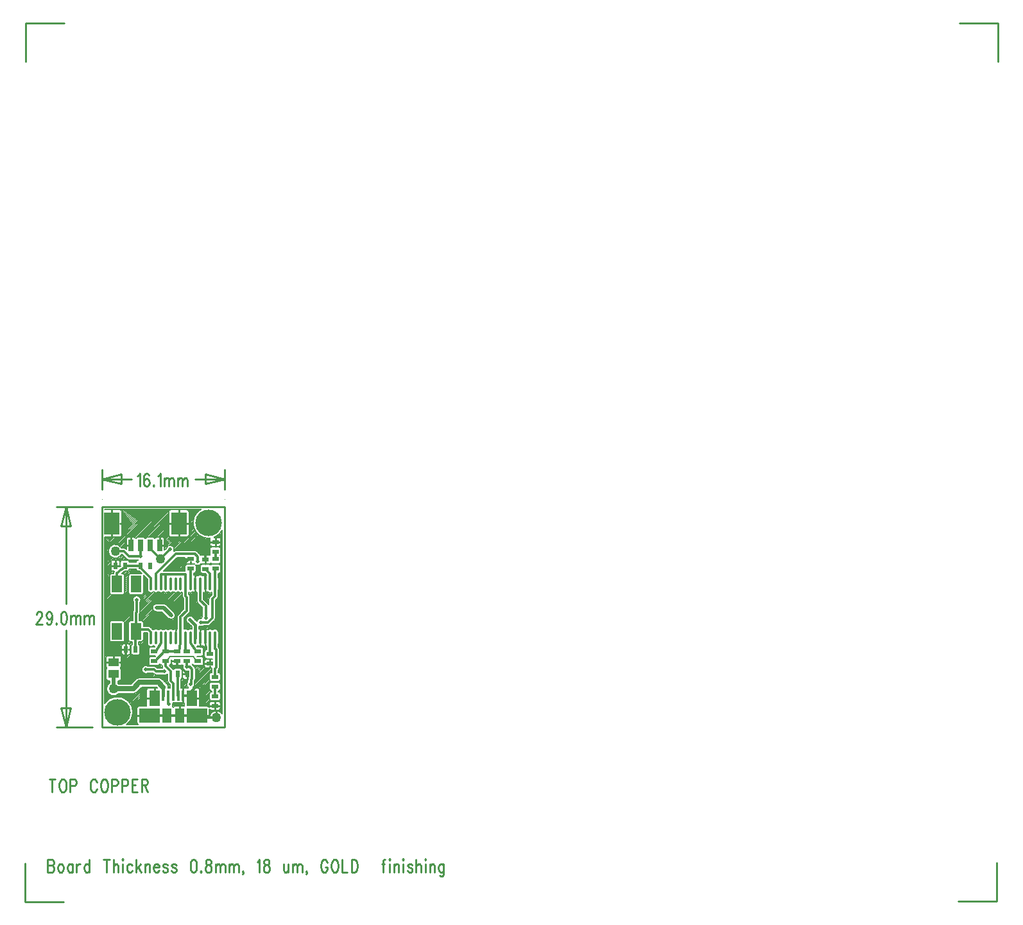
<source format=gbr>
*
*
G04 PADS 9.5 Build Number: 522968 generated Gerber (RS-274-X) file*
G04 PC Version=2.1*
*
%IN "UDA_7.pcb"*%
*
%MOIN*%
*
%FSLAX35Y35*%
*
*
*
*
G04 PC Standard Apertures*
*
*
G04 Thermal Relief Aperture macro.*
%AMTER*
1,1,$1,0,0*
1,0,$1-$2,0,0*
21,0,$3,$4,0,0,45*
21,0,$3,$4,0,0,135*
%
*
*
G04 Annular Aperture macro.*
%AMANN*
1,1,$1,0,0*
1,0,$2,0,0*
%
*
*
G04 Odd Aperture macro.*
%AMODD*
1,1,$1,0,0*
1,0,$1-0.005,0,0*
%
*
*
G04 PC Custom Aperture Macros*
*
*
*
*
*
*
G04 PC Aperture Table*
*
%ADD010C,0.001*%
%ADD011C,0.01*%
%ADD012C,0.01969*%
%ADD015C,0.00787*%
%ADD023C,0.01181*%
%ADD025C,0.01575*%
%ADD050R,0.035X0.024*%
%ADD051C,0.05*%
%ADD073R,0.02756X0.06299*%
%ADD074R,0.08268X0.11811*%
%ADD116R,0.05512X0.08661*%
%ADD117C,0.1378*%
%ADD118O,0.013X0.07*%
%ADD119R,0.01772X0.05433*%
%ADD120R,0.10866X0.0748*%
%ADD121R,0.05807X0.08268*%
%ADD122R,0.04626X0.0748*%
%ADD123R,0.024X0.035*%
%ADD124R,0.05709X0.04331*%
%ADD125C,0.00787*%
%ADD126C,0.02756*%
*
*
*
*
G04 PC Circuitry*
G04 Layer Name UDA_7.pcb - circuitry*
%LPD*%
*
*
G04 PC Custom Flashes*
G04 Layer Name UDA_7.pcb - flashes*
%LPD*%
*
*
G04 PC Circuitry*
G04 Layer Name UDA_7.pcb - circuitry*
%LPD*%
*
G54D10*
G01X1787425Y1580886D02*
X1787428D01*
X1850811D02*
X1850814D01*
X1787425Y1462776D02*
X1787428D01*
X1787228Y1576949D02*
X1787231D01*
G54D11*
X1761433Y1435657D02*
Y1429094D01*
X1759843Y1435657D02*
X1763024D01*
X1766433D02*
X1765979Y1435344D01*
X1765524Y1434719*
X1765297Y1434094*
X1765070Y1433157*
Y1431594*
X1765297Y1430657*
X1765524Y1430032*
X1765979Y1429407*
X1766433Y1429094*
X1767343*
X1767797Y1429407*
X1768252Y1430032*
X1768479Y1430657*
X1768706Y1431594*
Y1433157*
X1768479Y1434094*
X1768252Y1434719*
X1767797Y1435344*
X1767343Y1435657*
X1766433*
X1770752D02*
Y1429094D01*
Y1435657D02*
X1772797D01*
X1773479Y1435344*
X1773706Y1435032*
X1773933Y1434407*
Y1433469*
X1773706Y1432844*
X1773479Y1432532*
X1772797Y1432219*
X1770752*
X1784615Y1434094D02*
X1784388Y1434719D01*
X1783933Y1435344*
X1783479Y1435657*
X1782570*
X1782115Y1435344*
X1781661Y1434719*
X1781433Y1434094*
X1781206Y1433157*
Y1431594*
X1781433Y1430657*
X1781661Y1430032*
X1782115Y1429407*
X1782570Y1429094*
X1783479*
X1783933Y1429407*
X1784388Y1430032*
X1784615Y1430657*
X1788024Y1435657D02*
X1787570Y1435344D01*
X1787115Y1434719*
X1786888Y1434094*
X1786661Y1433157*
Y1431594*
X1786888Y1430657*
X1787115Y1430032*
X1787570Y1429407*
X1788024Y1429094*
X1788933*
X1789388Y1429407*
X1789843Y1430032*
X1790070Y1430657*
X1790297Y1431594*
Y1433157*
X1790070Y1434094*
X1789843Y1434719*
X1789388Y1435344*
X1788933Y1435657*
X1788024*
X1792343D02*
Y1429094D01*
Y1435657D02*
X1794388D01*
X1795070Y1435344*
X1795297Y1435032*
X1795524Y1434407*
Y1433469*
X1795297Y1432844*
X1795070Y1432532*
X1794388Y1432219*
X1792343*
X1797570Y1435657D02*
Y1429094D01*
Y1435657D02*
X1799615D01*
X1800297Y1435344*
X1800524Y1435032*
X1800752Y1434407*
Y1433469*
X1800524Y1432844*
X1800297Y1432532*
X1799615Y1432219*
X1797570*
X1802797Y1435657D02*
Y1429094D01*
Y1435657D02*
X1805752D01*
X1802797Y1432532D02*
X1804615D01*
X1802797Y1429094D02*
X1805752D01*
X1807797Y1435657D02*
Y1429094D01*
Y1435657D02*
X1809843D01*
X1810524Y1435344*
X1810752Y1435032*
X1810979Y1434407*
Y1433782*
X1810752Y1433157*
X1810524Y1432844*
X1809843Y1432532*
X1807797*
X1809388D02*
X1810979Y1429094D01*
X1759079Y1393944D02*
Y1387382D01*
Y1393944D02*
X1761124D01*
X1761806Y1393632*
X1762033Y1393319*
X1762261Y1392694*
Y1392069*
X1762033Y1391444*
X1761806Y1391132*
X1761124Y1390819*
X1759079D02*
X1761124D01*
X1761806Y1390507*
X1762033Y1390194*
X1762261Y1389569*
Y1388632*
X1762033Y1388007*
X1761806Y1387694*
X1761124Y1387382*
X1759079*
X1765442Y1391757D02*
X1764988Y1391444D01*
X1764533Y1390819*
X1764306Y1389882*
Y1389257*
X1764533Y1388319*
X1764988Y1387694*
X1765442Y1387382*
X1766124*
X1766579Y1387694*
X1767033Y1388319*
X1767261Y1389257*
Y1389882*
X1767033Y1390819*
X1766579Y1391444*
X1766124Y1391757*
X1765442*
X1772033D02*
Y1387382D01*
Y1390819D02*
X1771579Y1391444D01*
X1771124Y1391757*
X1770442*
X1769988Y1391444*
X1769533Y1390819*
X1769306Y1389882*
Y1389257*
X1769533Y1388319*
X1769988Y1387694*
X1770442Y1387382*
X1771124*
X1771579Y1387694*
X1772033Y1388319*
X1774079Y1391757D02*
Y1387382D01*
Y1389882D02*
X1774306Y1390819D01*
X1774761Y1391444*
X1775215Y1391757*
X1775897*
X1780670Y1393944D02*
Y1387382D01*
Y1390819D02*
X1780215Y1391444D01*
X1779761Y1391757*
X1779079*
X1778624Y1391444*
X1778170Y1390819*
X1777942Y1389882*
Y1389257*
X1778170Y1388319*
X1778624Y1387694*
X1779079Y1387382*
X1779761*
X1780215Y1387694*
X1780670Y1388319*
X1789533Y1393944D02*
Y1387382D01*
X1787942Y1393944D02*
X1791124D01*
X1793170D02*
Y1387382D01*
Y1390507D02*
X1793851Y1391444D01*
X1794306Y1391757*
X1794988*
X1795442Y1391444*
X1795670Y1390507*
Y1387382*
X1797715Y1393944D02*
X1797942Y1393632D01*
X1798170Y1393944*
X1797942Y1394257*
X1797715Y1393944*
X1797942Y1391757D02*
Y1387382D01*
X1802942Y1390819D02*
X1802488Y1391444D01*
X1802033Y1391757*
X1801351*
X1800897Y1391444*
X1800442Y1390819*
X1800215Y1389882*
Y1389257*
X1800442Y1388319*
X1800897Y1387694*
X1801351Y1387382*
X1802033*
X1802488Y1387694*
X1802942Y1388319*
X1804988Y1393944D02*
Y1387382D01*
X1807261Y1391757D02*
X1804988Y1388632D01*
X1805897Y1389882D02*
X1807488Y1387382D01*
X1809533Y1391757D02*
Y1387382D01*
Y1390507D02*
X1810215Y1391444D01*
X1810670Y1391757*
X1811351*
X1811806Y1391444*
X1812033Y1390507*
Y1387382*
X1814079Y1389882D02*
X1816806D01*
Y1390507*
X1816579Y1391132*
X1816351Y1391444*
X1815897Y1391757*
X1815215*
X1814761Y1391444*
X1814306Y1390819*
X1814079Y1389882*
Y1389257*
X1814306Y1388319*
X1814761Y1387694*
X1815215Y1387382*
X1815897*
X1816351Y1387694*
X1816806Y1388319*
X1821351Y1390819D02*
X1821124Y1391444D01*
X1820442Y1391757*
X1819761*
X1819079Y1391444*
X1818851Y1390819*
X1819079Y1390194*
X1819533Y1389882*
X1820670Y1389569*
X1821124Y1389257*
X1821351Y1388632*
Y1388319*
X1821124Y1387694*
X1820442Y1387382*
X1819761*
X1819079Y1387694*
X1818851Y1388319*
X1825897Y1390819D02*
X1825670Y1391444D01*
X1824988Y1391757*
X1824306*
X1823624Y1391444*
X1823397Y1390819*
X1823624Y1390194*
X1824079Y1389882*
X1825215Y1389569*
X1825670Y1389257*
X1825897Y1388632*
Y1388319*
X1825670Y1387694*
X1824988Y1387382*
X1824306*
X1823624Y1387694*
X1823397Y1388319*
X1834533Y1393944D02*
X1833851Y1393632D01*
X1833397Y1392694*
X1833170Y1391132*
Y1390194*
X1833397Y1388632*
X1833851Y1387694*
X1834533Y1387382*
X1834988*
X1835670Y1387694*
X1836124Y1388632*
X1836351Y1390194*
Y1391132*
X1836124Y1392694*
X1835670Y1393632*
X1834988Y1393944*
X1834533*
X1838624Y1388007D02*
X1838397Y1387694D01*
X1838624Y1387382*
X1838851Y1387694*
X1838624Y1388007*
X1842033Y1393944D02*
X1841351Y1393632D01*
X1841124Y1393007*
Y1392382*
X1841351Y1391757*
X1841806Y1391444*
X1842715Y1391132*
X1843397Y1390819*
X1843851Y1390194*
X1844079Y1389569*
Y1388632*
X1843851Y1388007*
X1843624Y1387694*
X1842942Y1387382*
X1842033*
X1841351Y1387694*
X1841124Y1388007*
X1840897Y1388632*
Y1389569*
X1841124Y1390194*
X1841579Y1390819*
X1842261Y1391132*
X1843170Y1391444*
X1843624Y1391757*
X1843851Y1392382*
Y1393007*
X1843624Y1393632*
X1842942Y1393944*
X1842033*
X1846124Y1391757D02*
Y1387382D01*
Y1390507D02*
X1846806Y1391444D01*
X1847261Y1391757*
X1847942*
X1848397Y1391444*
X1848624Y1390507*
Y1387382*
Y1390507D02*
X1849306Y1391444D01*
X1849761Y1391757*
X1850442*
X1850897Y1391444*
X1851124Y1390507*
Y1387382*
X1853170Y1391757D02*
Y1387382D01*
Y1390507D02*
X1853851Y1391444D01*
X1854306Y1391757*
X1854988*
X1855442Y1391444*
X1855670Y1390507*
Y1387382*
Y1390507D02*
X1856351Y1391444D01*
X1856806Y1391757*
X1857488*
X1857942Y1391444*
X1858170Y1390507*
Y1387382*
X1860670Y1387694D02*
X1860442Y1387382D01*
X1860215Y1387694*
X1860442Y1388007*
X1860670Y1387694*
Y1387069*
X1860442Y1386444*
X1860215Y1386132*
X1867942Y1392694D02*
X1868397Y1393007D01*
X1869079Y1393944*
Y1387382*
X1872261Y1393944D02*
X1871579Y1393632D01*
X1871351Y1393007*
Y1392382*
X1871579Y1391757*
X1872033Y1391444*
X1872942Y1391132*
X1873624Y1390819*
X1874079Y1390194*
X1874306Y1389569*
Y1388632*
X1874079Y1388007*
X1873851Y1387694*
X1873170Y1387382*
X1872261*
X1871579Y1387694*
X1871351Y1388007*
X1871124Y1388632*
Y1389569*
X1871351Y1390194*
X1871806Y1390819*
X1872488Y1391132*
X1873397Y1391444*
X1873851Y1391757*
X1874079Y1392382*
Y1393007*
X1873851Y1393632*
X1873170Y1393944*
X1872261*
X1881579Y1391757D02*
Y1388632D01*
X1881806Y1387694*
X1882261Y1387382*
X1882942*
X1883397Y1387694*
X1884079Y1388632*
Y1391757D02*
Y1387382D01*
X1886124Y1391757D02*
Y1387382D01*
Y1390507D02*
X1886806Y1391444D01*
X1887261Y1391757*
X1887942*
X1888397Y1391444*
X1888624Y1390507*
Y1387382*
Y1390507D02*
X1889306Y1391444D01*
X1889761Y1391757*
X1890442*
X1890897Y1391444*
X1891124Y1390507*
Y1387382*
X1893624Y1387694D02*
X1893397Y1387382D01*
X1893170Y1387694*
X1893397Y1388007*
X1893624Y1387694*
Y1387069*
X1893397Y1386444*
X1893170Y1386132*
X1904306Y1392382D02*
X1904079Y1393007D01*
X1903624Y1393632*
X1903170Y1393944*
X1902261*
X1901806Y1393632*
X1901351Y1393007*
X1901124Y1392382*
X1900897Y1391444*
Y1389882*
X1901124Y1388944*
X1901351Y1388319*
X1901806Y1387694*
X1902261Y1387382*
X1903170*
X1903624Y1387694*
X1904079Y1388319*
X1904306Y1388944*
Y1389882*
X1903170D02*
X1904306D01*
X1907715Y1393944D02*
X1907261Y1393632D01*
X1906806Y1393007*
X1906579Y1392382*
X1906351Y1391444*
Y1389882*
X1906579Y1388944*
X1906806Y1388319*
X1907261Y1387694*
X1907715Y1387382*
X1908624*
X1909079Y1387694*
X1909533Y1388319*
X1909761Y1388944*
X1909988Y1389882*
Y1391444*
X1909761Y1392382*
X1909533Y1393007*
X1909079Y1393632*
X1908624Y1393944*
X1907715*
X1912033D02*
Y1387382D01*
X1914761*
X1916806Y1393944D02*
Y1387382D01*
Y1393944D02*
X1918397D01*
X1919079Y1393632*
X1919533Y1393007*
X1919761Y1392382*
X1919988Y1391444*
Y1389882*
X1919761Y1388944*
X1919533Y1388319*
X1919079Y1387694*
X1918397Y1387382*
X1916806*
X1934306Y1393944D02*
X1933851D01*
X1933397Y1393632*
X1933170Y1392694*
Y1387382*
X1932488Y1391757D02*
X1934079D01*
X1936351Y1393944D02*
X1936579Y1393632D01*
X1936806Y1393944*
X1936579Y1394257*
X1936351Y1393944*
X1936579Y1391757D02*
Y1387382D01*
X1938851Y1391757D02*
Y1387382D01*
Y1390507D02*
X1939533Y1391444D01*
X1939988Y1391757*
X1940670*
X1941124Y1391444*
X1941351Y1390507*
Y1387382*
X1943397Y1393944D02*
X1943624Y1393632D01*
X1943851Y1393944*
X1943624Y1394257*
X1943397Y1393944*
X1943624Y1391757D02*
Y1387382D01*
X1948397Y1390819D02*
X1948170Y1391444D01*
X1947488Y1391757*
X1946806*
X1946124Y1391444*
X1945897Y1390819*
X1946124Y1390194*
X1946579Y1389882*
X1947715Y1389569*
X1948170Y1389257*
X1948397Y1388632*
Y1388319*
X1948170Y1387694*
X1947488Y1387382*
X1946806*
X1946124Y1387694*
X1945897Y1388319*
X1950442Y1393944D02*
Y1387382D01*
Y1390507D02*
X1951124Y1391444D01*
X1951579Y1391757*
X1952261*
X1952715Y1391444*
X1952942Y1390507*
Y1387382*
X1954988Y1393944D02*
X1955215Y1393632D01*
X1955442Y1393944*
X1955215Y1394257*
X1954988Y1393944*
X1955215Y1391757D02*
Y1387382D01*
X1957488Y1391757D02*
Y1387382D01*
Y1390507D02*
X1958170Y1391444D01*
X1958624Y1391757*
X1959306*
X1959761Y1391444*
X1959988Y1390507*
Y1387382*
X1964761Y1391757D02*
Y1386757D01*
X1964533Y1385819*
X1964306Y1385507*
X1963851Y1385194*
X1963170*
X1962715Y1385507*
X1964761Y1390819D02*
X1964306Y1391444D01*
X1963851Y1391757*
X1963170*
X1962715Y1391444*
X1962261Y1390819*
X1962033Y1389882*
Y1389257*
X1962261Y1388319*
X1962715Y1387694*
X1963170Y1387382*
X1963851*
X1964306Y1387694*
X1964761Y1388319*
X1797328Y1502933D02*
X1798509D01*
X1799709Y1500002D02*
Y1501183D01*
X1802089Y1502933D02*
X1800909D01*
X1799709Y1505864D02*
Y1504683D01*
X1830334Y1549808D02*
X1831515D01*
X1833265Y1547427D02*
Y1548608D01*
X1826323Y1494545D02*
Y1495726D01*
X1823392Y1496926D02*
X1824573D01*
X1829081Y1490251D02*
X1830262D01*
X1831462Y1487320D02*
Y1488501D01*
X1827583Y1473602D02*
Y1472421D01*
X1843094Y1468642D02*
X1841913D01*
X1846677Y1471181D02*
Y1470000D01*
X1829354Y1475217D02*
Y1476398D01*
Y1483011D02*
Y1481831D01*
X1840874Y1541693D02*
Y1540512D01*
Y1532331D02*
Y1533512D01*
Y1513693D02*
Y1512512D01*
Y1504331D02*
Y1505512D01*
X1841081Y1552095D02*
Y1550914D01*
Y1547334D02*
Y1548514D01*
X1819726Y1556960D02*
X1818545D01*
X1817167Y1561290D02*
Y1560109D01*
X1791816Y1546437D02*
X1792997D01*
X1796578D02*
X1795397D01*
X1794197Y1549368D02*
Y1548187D01*
X1845931Y1476040D02*
Y1474860D01*
X1843000Y1473660D02*
X1844181D01*
X1845931Y1471279D02*
Y1472460D01*
X1848862Y1473660D02*
X1847681D01*
X1843331Y1493151D02*
Y1494331D01*
Y1497912D02*
Y1496731D01*
X1840400Y1495531D02*
X1841581D01*
X1793318Y1499775D02*
Y1498595D01*
X1789283Y1496429D02*
X1790463D01*
X1797353D02*
X1796172D01*
X1805418Y1468642D02*
X1806598D01*
X1810428Y1477736D02*
X1811608D01*
X1814512Y1483051D02*
Y1481870D01*
X1837966Y1477736D02*
X1836785D01*
X1835754Y1541693D02*
Y1540512D01*
Y1532331D02*
Y1533512D01*
X1838314Y1513693D02*
Y1512512D01*
Y1504331D02*
Y1505512D01*
X1825514Y1513693D02*
Y1512512D01*
X1846122Y1556358D02*
Y1557538D01*
X1849053Y1558738D02*
X1847872D01*
X1846122Y1561119D02*
Y1559938D01*
X1843191Y1558738D02*
X1844372D01*
X1792364Y1561291D02*
Y1562471D01*
X1797679Y1568377D02*
X1796498D01*
X1792364Y1575463D02*
Y1574283D01*
X1821892Y1568377D02*
X1823073D01*
X1827207Y1561291D02*
Y1562471D01*
X1832521Y1568377D02*
X1831341D01*
X1827207Y1575463D02*
Y1574283D01*
X1799845Y1556960D02*
X1801026D01*
X1802404Y1561290D02*
Y1560109D01*
X1787425Y1462776D02*
Y1576949D01*
X1850811*
Y1462776*
X1787425*
X1767520Y1828110D02*
X1747520D01*
Y1808110*
X1747441Y1391890D02*
Y1371890D01*
X1767441*
X2232087Y1372205D02*
X2252087D01*
Y1392205*
X2252559Y1808031D02*
Y1828031D01*
X2232559*
X1787425Y1591319D02*
X1802709D01*
X1787425D02*
X1797425Y1593819D01*
Y1588819*
X1787425Y1591319*
X1850811D02*
X1835527D01*
X1850811D02*
X1840811Y1588819D01*
Y1593819*
X1850811Y1591319*
X1787425Y1585886D02*
Y1596319D01*
X1850811Y1585886D02*
Y1596319D01*
X1805709Y1592881D02*
X1806164Y1593194D01*
X1806845Y1594131*
Y1587569*
X1811618Y1593194D02*
X1811391Y1593819D01*
X1810709Y1594131*
X1810254*
X1809573Y1593819*
X1809118Y1592881*
X1808891Y1591319*
Y1589756*
X1809118Y1588506*
X1809573Y1587881*
X1810254Y1587569*
X1810482*
X1811164Y1587881*
X1811618Y1588506*
X1811845Y1589444*
Y1589756*
X1811618Y1590694*
X1811164Y1591319*
X1810482Y1591631*
X1810254*
X1809573Y1591319*
X1809118Y1590694*
X1808891Y1589756*
X1814118Y1588194D02*
X1813891Y1587881D01*
X1814118Y1587569*
X1814345Y1587881*
X1814118Y1588194*
X1816391Y1592881D02*
X1816845Y1593194D01*
X1817527Y1594131*
Y1587569*
X1819573Y1591944D02*
Y1587569D01*
Y1590694D02*
X1820254Y1591631D01*
X1820709Y1591944*
X1821391*
X1821845Y1591631*
X1822073Y1590694*
Y1587569*
Y1590694D02*
X1822754Y1591631D01*
X1823209Y1591944*
X1823891*
X1824345Y1591631*
X1824573Y1590694*
Y1587569*
X1826618Y1591944D02*
Y1587569D01*
Y1590694D02*
X1827300Y1591631D01*
X1827754Y1591944*
X1828436*
X1828891Y1591631*
X1829118Y1590694*
Y1587569*
Y1590694D02*
X1829800Y1591631D01*
X1830254Y1591944*
X1830936*
X1831391Y1591631*
X1831618Y1590694*
Y1587569*
X1768528Y1462776D02*
Y1513112D01*
Y1462776D02*
X1766028Y1472776D01*
X1771028*
X1768528Y1462776*
Y1576949D02*
Y1526612D01*
Y1576949D02*
X1771028Y1566949D01*
X1766028*
X1768528Y1576949*
X1782425Y1462776D02*
X1763528D01*
X1782228Y1576949D02*
X1763528D01*
X1753300Y1521112D02*
Y1521425D01*
X1753528Y1522050*
X1753755Y1522362*
X1754209Y1522675*
X1755118*
X1755573Y1522362*
X1755800Y1522050*
X1756028Y1521425*
Y1520800*
X1755800Y1520175*
X1755346Y1519237*
X1753073Y1516112*
X1756255*
X1761255Y1520487D02*
X1761028Y1519550D01*
X1760573Y1518925*
X1759891Y1518612*
X1759664*
X1758982Y1518925*
X1758528Y1519550*
X1758300Y1520487*
Y1520800*
X1758528Y1521737*
X1758982Y1522362*
X1759664Y1522675*
X1759891*
X1760573Y1522362*
X1761028Y1521737*
X1761255Y1520487*
Y1518925*
X1761028Y1517362*
X1760573Y1516425*
X1759891Y1516112*
X1759437*
X1758755Y1516425*
X1758528Y1517050*
X1763528Y1516737D02*
X1763300Y1516425D01*
X1763528Y1516112*
X1763755Y1516425*
X1763528Y1516737*
X1767164Y1522675D02*
X1766482Y1522362D01*
X1766028Y1521425*
X1765800Y1519862*
Y1518925*
X1766028Y1517362*
X1766482Y1516425*
X1767164Y1516112*
X1767618*
X1768300Y1516425*
X1768755Y1517362*
X1768982Y1518925*
Y1519862*
X1768755Y1521425*
X1768300Y1522362*
X1767618Y1522675*
X1767164*
X1771028Y1520487D02*
Y1516112D01*
Y1519237D02*
X1771709Y1520175D01*
X1772164Y1520487*
X1772846*
X1773300Y1520175*
X1773528Y1519237*
Y1516112*
Y1519237D02*
X1774209Y1520175D01*
X1774664Y1520487*
X1775346*
X1775800Y1520175*
X1776028Y1519237*
Y1516112*
X1778073Y1520487D02*
Y1516112D01*
Y1519237D02*
X1778755Y1520175D01*
X1779209Y1520487*
X1779891*
X1780346Y1520175*
X1780573Y1519237*
Y1516112*
Y1519237D02*
X1781255Y1520175D01*
X1781709Y1520487*
X1782391*
X1782846Y1520175*
X1783073Y1519237*
Y1516112*
G54D12*
X1793318Y1482532D02*
Y1490130D01*
X1815575Y1524587D02*
X1819315D01*
X1823252Y1520650*
X1790181Y1478327D03*
X1793331Y1482264D03*
X1802189Y1476555D03*
X1804551Y1472421D03*
X1822071Y1474587D03*
X1840378Y1475177D03*
Y1479311D03*
Y1483839D03*
X1849039Y1471240D03*
X1836441Y1483839D03*
X1789394Y1502933D03*
Y1485217D03*
X1810063Y1492500D03*
X1804551Y1497028D03*
Y1491713D03*
X1799827D03*
Y1496831D03*
X1819709Y1491516D03*
X1833291Y1484823D03*
X1831323Y1493878D03*
X1848449Y1491909D03*
X1789394Y1522618D03*
Y1511988D03*
X1801795Y1520650D03*
X1797661D03*
X1823252D03*
X1830535Y1515335D03*
X1841165Y1519272D03*
X1838606Y1516909D03*
X1833094Y1518287D03*
X1848055Y1519862D03*
X1833291Y1521634D03*
X1848449Y1505098D03*
Y1512382D03*
X1844118Y1515138D03*
X1789394Y1534232D03*
X1805339Y1528720D03*
X1797661D03*
X1801795D03*
X1810063Y1536398D03*
X1815575Y1524587D03*
X1828961Y1524193D03*
X1826008D03*
X1823055Y1525965D03*
X1826008Y1527933D03*
X1828764D03*
X1848646Y1539350D03*
X1848055Y1527933D03*
X1789394Y1546437D03*
X1790181Y1558248D03*
X1789984Y1550965D03*
X1807307Y1551161D03*
X1799236Y1562579D03*
X1795102Y1558248D03*
X1812228Y1546634D03*
X1822661Y1554902D03*
X1826008Y1547028D03*
X1828764D03*
X1837031Y1548602D03*
X1848646Y1561988D03*
X1836638Y1561004D03*
X1832898D03*
Y1557461D03*
X1836638D03*
X1840969D03*
Y1553524D03*
X1836835Y1545846D03*
G54D15*
X1820224Y1496988D02*
X1821069D01*
X1822534Y1499298*
X1822625Y1499390*
X1834563*
X1834780Y1499174*
X1836245Y1496864*
X1837090*
X1849630Y1469697D02*
Y1564679D01*
X1845464Y1561119D02*
G75*
G03X1849630Y1564679I-2848J7551D01*
G01X1845464Y1561119D02*
X1847872D01*
X1849053Y1559938D02*
G03X1847872Y1561119I-1181J0D01*
G01X1849053Y1559938D02*
Y1557538D01*
X1847872Y1556358D02*
G03X1849053Y1557538I0J1180D01*
G01X1847872Y1556358D02*
X1844372D01*
X1843191Y1557538D02*
G03X1844372Y1556358I1181J0D01*
G01X1843191Y1557538D02*
Y1559938D01*
X1843422Y1560640D02*
G03X1843191Y1559938I950J-702D01*
G01X1838775Y1575768D02*
G03X1843422Y1560640I3841J-7098D01*
G01X1838775Y1575768D02*
X1788606D01*
Y1575463*
X1796498*
X1797679Y1574283D02*
G03X1796498Y1575463I-1181J-0D01*
G01X1797679Y1574283D02*
Y1562471D01*
X1796498Y1561291D02*
G03X1797679Y1562471I0J1180D01*
G01X1796498Y1561291D02*
X1788606D01*
Y1474962*
X1800088Y1463956D02*
G03X1788606Y1474962I-4789J6497D01*
G01X1800088Y1463956D02*
X1805891D01*
X1805418Y1464902D02*
G03X1805891Y1463956I1180J-0D01*
G01X1805418Y1464902D02*
Y1472382D01*
X1806598Y1473563D02*
G03X1805418Y1472382I0J-1181D01*
G01X1806598Y1473563D02*
X1810428D01*
Y1473602D02*
G03Y1473563I1180J0D01*
G01Y1473602D02*
Y1481870D01*
X1811608Y1483051D02*
G03X1810428Y1481870I0J-1181D01*
G01X1811608Y1483051D02*
X1815854D01*
X1815656Y1483248*
X1807808*
X1805282Y1480722*
X1803473Y1479973D02*
G03X1805282Y1480722I0J2559D01*
G01X1803473Y1479973D02*
X1795964D01*
X1791153Y1485508D02*
G03X1795964Y1479973I2165J-2976D01*
G01X1791153Y1485508D02*
Y1486784D01*
X1790463*
X1789283Y1487965D02*
G03X1790463Y1486784I1180J-0D01*
G01X1789283Y1487965D02*
Y1492295D01*
X1789811Y1493280D02*
G03X1789283Y1492295I652J-985D01*
G01Y1494264D02*
G03X1789811Y1493280I1180J-0D01*
G01X1789283Y1494264D02*
Y1498595D01*
X1790463Y1499775D02*
G03X1789283Y1498595I0J-1180D01*
G01X1790463Y1499775D02*
X1796172D01*
X1797353Y1498595D02*
G03X1796172Y1499775I-1181J-0D01*
G01X1797353Y1498595D02*
Y1494264D01*
X1796824Y1493280D02*
G03X1797353Y1494264I-652J984D01*
G01Y1492295D02*
G03X1796824Y1493280I-1181J0D01*
G01X1797353Y1492295D02*
Y1487965D01*
X1796172Y1486784D02*
G03X1797353Y1487965I-0J1181D01*
G01X1796172Y1486784D02*
X1795483D01*
Y1485508*
X1795964Y1485090D02*
G03X1795483Y1485508I-2646J-2558D01*
G01X1795964Y1485090D02*
X1802413D01*
X1804939Y1487616*
X1806748Y1488366D02*
G03X1804939Y1487616I0J-2559D01*
G01X1806748Y1488366D02*
X1816716D01*
X1818525Y1487616D02*
G03X1816716Y1488366I-1809J-1809D01*
G01X1818525Y1487616D02*
X1820927Y1485214D01*
X1821646Y1483011D02*
G03X1820927Y1485214I-2528J394D01*
G01X1821646Y1483011D02*
X1822465D01*
Y1484680*
X1821803Y1485342*
X1821284Y1486594D02*
G03X1821803Y1485342I1771J0D01*
G01X1821284Y1486594D02*
Y1490031D01*
X1818464Y1489745D02*
G03X1821284Y1490031I1245J1771D01*
G01X1818464Y1489745D02*
X1815378D01*
X1814126Y1490263D02*
G03X1815378Y1489745I1252J1253D01*
G01X1814126Y1490263D02*
X1813660Y1490729D01*
X1811308*
Y1494271D02*
G03Y1490729I-1245J-1771D01*
G01Y1494271D02*
X1814394D01*
X1815646Y1493752D02*
G03X1814394Y1494271I-1252J-1252D01*
G01X1815646Y1493752D02*
X1816112Y1493287D01*
X1818464*
X1818706Y1493434D02*
G03X1818464Y1493287I1003J-1918D01*
G01X1818453Y1494347D02*
G03X1818706Y1493434I1771J0D01*
G01X1818453Y1494347D02*
Y1494608D01*
X1817338Y1495466D02*
G03X1818453Y1494608I1136J322D01*
G01X1816186Y1494545D02*
G03X1817338Y1495466I0J1181D01*
G01X1816186Y1494545D02*
X1812686D01*
X1811505Y1495726D02*
G03X1812686Y1494545I1181J-0D01*
G01X1811505Y1495726D02*
Y1498126D01*
X1812686Y1499307D02*
G03X1811505Y1498126I0J-1181D01*
G01X1812686Y1499307D02*
X1814814D01*
X1814995Y1499506*
X1812686*
X1811505Y1500687D02*
G03X1812686Y1499506I1181J-0D01*
G01X1811505Y1500687D02*
Y1503087D01*
X1812686Y1504267D02*
G03X1811505Y1503087I0J-1180D01*
G01X1812686Y1504267D02*
X1814602D01*
X1814698Y1504424*
X1813994Y1504853D02*
G03X1814698Y1504424I1280J1309D01*
G01X1810884Y1506162D02*
G03X1813994Y1504853I1830J-0D01*
G01X1810884Y1506162D02*
Y1511188D01*
X1810547Y1511524*
X1808882*
Y1508051*
X1807701Y1506870D02*
G03X1808882Y1508051I-0J1181D01*
G01X1807701Y1506870D02*
X1806441D01*
Y1505716*
X1807050Y1504683D02*
G03X1806441Y1505716I-1181J0D01*
G01X1807050Y1504683D02*
Y1501183D01*
X1805869Y1500002D02*
G03X1807050Y1501183I0J1181D01*
G01X1805869Y1500002D02*
X1803469D01*
X1802289Y1501183D02*
G03X1803469Y1500002I1180J0D01*
G01X1802289Y1501183D02*
Y1504683D01*
X1802898Y1505716D02*
G03X1802289Y1504683I571J-1033D01*
G01X1802898Y1505716D02*
Y1506870D01*
X1802189*
X1801008Y1508051D02*
G03X1802189Y1506870I1181J0D01*
G01X1801008Y1508051D02*
Y1516713D01*
X1802189Y1517893D02*
G03X1801008Y1516713I-0J-1180D01*
G01X1802189Y1517893D02*
X1803174D01*
Y1522028*
X1803567Y1523141D02*
G03X1803174Y1522028I1378J-1113D01*
G01X1803567Y1523141D02*
Y1527476D01*
X1807110D02*
G03X1803567I-1771J1244D01*
G01X1807110D02*
Y1522421D01*
X1806716Y1521308D02*
G03X1807110Y1522421I-1377J1113D01*
G01X1806716Y1521308D02*
Y1517893D01*
X1807701*
X1808882Y1516713D02*
G03X1807701Y1517893I-1181J-0D01*
G01X1808882Y1516713D02*
Y1515067D01*
X1811281*
X1812533Y1514548D02*
G03X1811281Y1515067I-1252J-1253D01*
G01X1812533Y1514548D02*
X1813639Y1513442D01*
X1813994Y1513171D02*
G03X1813639Y1513442I-1280J-1309D01*
G01X1816554Y1513171D02*
G03X1813994I-1280J-1309D01*
G01X1819114D02*
G03X1816554I-1280J-1309D01*
G01X1821674D02*
G03X1819114I-1280J-1309D01*
G01X1824234D02*
G03X1821674I-1280J-1309D01*
G01X1826303Y1513514D02*
G03X1824234Y1513171I-789J-1652D01*
G01X1826303Y1513514D02*
Y1519862D01*
X1826822Y1521114D02*
G03X1826303Y1519862I1252J-1252D01*
G01X1826822Y1521114D02*
X1829551Y1523843D01*
Y1529365*
X1829382Y1529534*
X1828863Y1530787D02*
G03X1829382Y1529534I1771J-0D01*
G01X1828863Y1530787D02*
Y1532510D01*
X1826794Y1532853D02*
G03X1828863Y1532510I1280J1309D01*
G01X1824234Y1532853D02*
G03X1826794I1280J1309D01*
G01X1821674D02*
G03X1824234I1280J1309D01*
G01X1819114D02*
G03X1821674I1280J1309D01*
G01X1816554D02*
G03X1819114I1280J1309D01*
G01X1813994D02*
G03X1816554I1280J1309D01*
G01X1810884Y1534162D02*
G03X1813994Y1532853I1830J-0D01*
G01X1810884Y1534162D02*
Y1539251D01*
X1808873Y1541262*
X1808882Y1541122D02*
G03X1808873Y1541262I-1181J0D01*
G01X1808882Y1541122D02*
Y1532461D01*
X1807701Y1531280D02*
G03X1808882Y1532461I-0J1181D01*
G01X1807701Y1531280D02*
X1802189D01*
X1801008Y1532461D02*
G03X1802189Y1531280I1181J-0D01*
G01X1801008Y1532461D02*
Y1541122D01*
X1802189Y1542303D02*
G03X1801008Y1541122I-0J-1181D01*
G01X1802189Y1542303D02*
X1807701D01*
X1807841Y1542294D02*
G03X1807701Y1542303I-140J-1172D01*
G01X1807841Y1542294D02*
X1806629Y1543506D01*
X1806186*
X1805005Y1544666D02*
G03X1806186Y1543506I1181J21D01*
G01X1805005Y1544666D02*
X1801538D01*
X1800357Y1543506D02*
G03X1801538Y1544666I0J1181D01*
G01X1800357Y1543506D02*
X1799107D01*
X1797852Y1542626*
X1797528Y1542303*
X1797858*
X1799039Y1541122D02*
G03X1797858Y1542303I-1181J0D01*
G01X1799039Y1541122D02*
Y1532461D01*
X1797858Y1531280D02*
G03X1799039Y1532461I0J1181D01*
G01X1797858Y1531280D02*
X1792346D01*
X1791166Y1532461D02*
G03X1792346Y1531280I1180J-0D01*
G01X1791166Y1532461D02*
Y1541122D01*
X1792346Y1542303D02*
G03X1791166Y1541122I0J-1181D01*
G01X1792346Y1542303D02*
X1793331D01*
Y1542500*
X1793645Y1543506D02*
G03X1793331Y1542500I1457J-1006D01*
G01X1793645Y1543506D02*
X1792997D01*
X1791816Y1544687D02*
G03X1792997Y1543506I1181J0D01*
G01X1791816Y1544687D02*
Y1548187D01*
X1792997Y1549368D02*
G03X1791816Y1548187I-0J-1181D01*
G01X1792997Y1549368D02*
X1795397D01*
X1796578Y1548187D02*
G03X1795397Y1549368I-1181J0D01*
G01X1796578Y1548187D02*
Y1546059D01*
X1796777Y1546199*
Y1548187*
X1797957Y1549368D02*
G03X1796777Y1548187I0J-1181D01*
G01X1797957Y1549368D02*
X1800357D01*
X1801538Y1548208D02*
G03X1800357Y1549368I-1181J-21D01*
G01X1801538Y1548208D02*
X1805005D01*
X1806099Y1549365D02*
G03X1805005Y1548208I87J-1178D01*
G01X1806062Y1549390D02*
G03X1806099Y1549365I1245J1771D01*
G01X1806062Y1549390D02*
X1801255D01*
X1800003Y1549909D02*
G03X1801255Y1549390I1252J1252D01*
G01X1800003Y1549909D02*
X1797767Y1552145D01*
X1797379*
Y1555687D02*
G03Y1552145I-3227J-1771D01*
G01Y1555687D02*
X1798501D01*
X1799753Y1555169D02*
G03X1798501Y1555687I-1252J-1253D01*
G01X1799753Y1555169D02*
X1799845Y1555077D01*
Y1560109*
X1801026Y1561290D02*
G03X1799845Y1560109I-0J-1181D01*
G01X1801026Y1561290D02*
X1803782D01*
X1804864Y1560580D02*
G03X1803782Y1561290I-1082J-471D01*
G01X1805947D02*
G03X1804864Y1560580I-0J-1181D01*
G01X1805947Y1561290D02*
X1808703D01*
X1809786Y1560580D02*
G03X1808703Y1561290I-1083J-471D01*
G01X1810868D02*
G03X1809786Y1560580I0J-1181D01*
G01X1810868Y1561290D02*
X1813624D01*
X1814707Y1560580D02*
G03X1813624Y1561290I-1083J-471D01*
G01X1815790D02*
G03X1814707Y1560580I-0J-1181D01*
G01X1815790Y1561290D02*
X1818545D01*
X1819726Y1560109D02*
G03X1818545Y1561290I-1181J0D01*
G01X1819726Y1560109D02*
Y1554521D01*
X1820534Y1555306*
X1824604Y1553945D02*
G03X1820534Y1555306I-1943J957D01*
G01X1825681Y1554311D02*
G03X1824604Y1553945I0J-1772D01*
G01X1825681Y1554311D02*
X1835457D01*
X1836709Y1553792D02*
G03X1835457Y1554311I-1252J-1253D01*
G01X1836709Y1553792D02*
X1838284Y1552217D01*
X1838580Y1551825D02*
G03X1838284Y1552217I-1549J-860D01*
G01X1839331Y1552095D02*
G03X1838580Y1551825I-0J-1181D01*
G01X1839331Y1552095D02*
X1842831D01*
X1843360Y1551970D02*
G03X1842831Y1552095I-529J-1056D01*
G01X1843191Y1552578D02*
G03X1843360Y1551970I1181J-0D01*
G01X1843191Y1552578D02*
Y1554978D01*
X1844372Y1556158D02*
G03X1843191Y1554978I0J-1180D01*
G01X1844372Y1556158D02*
X1847872D01*
X1849053Y1554978D02*
G03X1847872Y1556158I-1181J-0D01*
G01X1849053Y1554978D02*
Y1552578D01*
X1848774Y1551816D02*
G03X1849053Y1552578I-902J762D01*
G01X1849107Y1550994D02*
G03X1848774Y1551816I-1181J-0D01*
G01X1849107Y1550994D02*
Y1548594D01*
X1847926Y1547413D02*
G03X1849107Y1548594I0J1181D01*
G01X1847926Y1547413D02*
X1844426D01*
X1843672Y1547685D02*
G03X1844426Y1547413I754J909D01*
G01X1842831Y1547334D02*
G03X1843672Y1547685I-0J1180D01*
G01X1842831Y1547334D02*
X1839331D01*
X1838854Y1547434D02*
G03X1839331Y1547334I477J1080D01*
G01X1835999Y1546700D02*
G03X1838854Y1547434I1032J1902D01*
G01X1836195Y1546047D02*
G03X1835999Y1546700I-1180J0D01*
G01X1836195Y1546047D02*
Y1543647D01*
X1835015Y1542466D02*
G03X1836195Y1543647I-0J1181D01*
G01X1835015Y1542466D02*
X1834966D01*
Y1541514*
X1837034Y1541171D02*
G03X1834966Y1541514I-1280J-1309D01*
G01X1839594Y1541171D02*
G03X1837034I-1280J-1309D01*
G01X1841593Y1541546D02*
G03X1839594Y1541171I-719J-1684D01*
G01X1841593Y1541546D02*
X1840765Y1542373D01*
X1839331*
X1838150Y1543554D02*
G03X1839331Y1542373I1181J-0D01*
G01X1838150Y1543554D02*
Y1545954D01*
X1839331Y1547134D02*
G03X1838150Y1545954I-0J-1180D01*
G01X1839331Y1547134D02*
X1842831D01*
X1843585Y1546862D02*
G03X1842831Y1547134I-754J-908D01*
G01X1844426Y1547214D02*
G03X1843585Y1546862I0J-1181D01*
G01X1844426Y1547214D02*
X1847926D01*
X1849107Y1546033D02*
G03X1847926Y1547214I-1181J-0D01*
G01X1849107Y1546033D02*
Y1543633D01*
X1847926Y1542452D02*
G03X1849107Y1543633I0J1181D01*
G01X1847926Y1542452D02*
X1847766D01*
Y1540325*
X1847825Y1539862D02*
G03X1847766Y1540325I-1831J-0D01*
G01X1847825Y1539862D02*
Y1534162D01*
X1847766Y1533699D02*
G03X1847825Y1534162I-1772J463D01*
G01X1847766Y1533699D02*
Y1530673D01*
X1847247Y1529421D02*
G03X1847766Y1530673I-1253J1252D01*
G01X1847247Y1529421D02*
X1846283Y1528457D01*
Y1519278*
X1845764Y1518026D02*
G03X1846283Y1519278I-1252J1252D01*
G01X1845764Y1518026D02*
X1843396Y1515657D01*
X1842143Y1515138D02*
G03X1843396Y1515657I0J1771D01*
G01X1842143Y1515138D02*
X1839851D01*
X1837722Y1514933D02*
G03X1839851Y1515138I884J1976D01*
G01X1837722Y1514933D02*
Y1513594D01*
X1839594Y1513171D02*
G03X1837722Y1513594I-1280J-1309D01*
G01X1842154Y1513171D02*
G03X1839594I-1280J-1309D01*
G01X1844714D02*
G03X1842154I-1280J-1309D01*
G01X1847825Y1511862D02*
G03X1844714Y1513171I-1831J-0D01*
G01X1847825Y1511862D02*
Y1506162D01*
X1847766Y1505699D02*
G03X1847825Y1506162I-1772J463D01*
G01X1847766Y1505699D02*
Y1504150D01*
X1848229Y1502955D02*
G03X1847766Y1504150I-1771J0D01*
G01X1848229Y1502955D02*
Y1493510D01*
X1847711Y1492257D02*
G03X1848229Y1493510I-1253J1253D01*
G01X1847711Y1492257D02*
X1847702Y1492249D01*
Y1491040*
X1848862Y1489860D02*
G03X1847702Y1491040I-1181J-0D01*
G01X1848862Y1489860D02*
Y1487460D01*
X1847681Y1486279D02*
G03X1848862Y1487460I-0J1181D01*
G01X1847681Y1486279D02*
X1844181D01*
X1843000Y1487460D02*
G03X1844181Y1486279I1181J-0D01*
G01X1843000Y1487460D02*
Y1489860D01*
X1844160Y1491040D02*
G03X1843000Y1489860I21J-1180D01*
G01X1844160Y1491040D02*
Y1492983D01*
X1844168Y1493151D02*
G03X1844160Y1492983I1763J-168D01*
G01X1844168Y1493151D02*
X1841581D01*
X1840400Y1494331D02*
G03X1841581Y1493151I1181J0D01*
G01X1840400Y1494331D02*
Y1496731D01*
X1841581Y1497912D02*
G03X1840400Y1496731I-0J-1181D01*
G01X1841581Y1497912D02*
X1844687D01*
Y1498111*
X1841581*
X1840400Y1499292D02*
G03X1841581Y1498111I1181J0D01*
G01X1840400Y1499292D02*
Y1501692D01*
X1841581Y1502873D02*
G03X1840400Y1501692I-0J-1181D01*
G01X1841581Y1502873D02*
X1841663D01*
Y1504510*
X1839594Y1504853D02*
G03X1841663Y1504510I1280J1309D01*
G01X1837034Y1504853D02*
G03X1839594I1280J1309D01*
G01X1836587Y1504532D02*
G03X1837034Y1504853I-833J1630D01*
G01X1836587Y1504532D02*
X1836827Y1504205D01*
X1838840*
X1840020Y1503024D02*
G03X1838840Y1504205I-1180J0D01*
G01X1840020Y1503024D02*
Y1500624D01*
X1838840Y1499444D02*
G03X1840020Y1500624I-0J1180D01*
G01X1838840Y1499444D02*
X1836473D01*
X1836599Y1499244*
X1838840*
X1840020Y1498064D02*
G03X1838840Y1499244I-1180J-0D01*
G01X1840020Y1498064D02*
Y1495664D01*
X1838840Y1494483D02*
G03X1840020Y1495664I-0J1181D01*
G01X1838840Y1494483D02*
X1835340D01*
X1834227Y1495269D02*
G03X1835340Y1494483I1113J395D01*
G01X1834161Y1495119D02*
G03X1834227Y1495269I-1047J545D01*
G01X1834161Y1495119D02*
X1835292Y1493989D01*
X1835810Y1492736D02*
G03X1835292Y1493989I-1771J0D01*
G01X1835810Y1492736D02*
Y1487736D01*
X1835292Y1486484D02*
G03X1835810Y1487736I-1253J1252D01*
G01X1835292Y1486484D02*
X1835259Y1486451D01*
Y1485725*
X1834535Y1483051D02*
G03X1835259Y1485725I-1244J1772D01*
G01X1834535Y1483051D02*
X1836785D01*
X1837966Y1481870D02*
G03X1836785Y1483051I-1181J0D01*
G01X1837966Y1481870D02*
Y1473602D01*
X1837965Y1473563D02*
G03X1837966Y1473602I-1180J39D01*
G01X1837965Y1473563D02*
X1841913D01*
X1843000Y1472843D02*
G03X1841913Y1473563I-1087J-461D01*
G01X1843000Y1472843D02*
Y1474860D01*
X1844181Y1476040D02*
G03X1843000Y1474860I-0J-1180D01*
G01X1844181Y1476040D02*
X1847681D01*
X1848862Y1474860D02*
G03X1847681Y1476040I-1181J-0D01*
G01X1848862Y1474860D02*
Y1472460D01*
X1847681Y1471279D02*
G03X1848862Y1472460I-0J1181D01*
G01X1847681Y1471279D02*
X1844181D01*
X1843094Y1471998D02*
G03X1844181Y1471279I1087J462D01*
G01X1843094Y1471998D02*
Y1468342D01*
X1849630Y1469697D02*
G03X1843094Y1468342I-2953J-2197D01*
G01X1835421Y1547156D02*
G03X1835015Y1547228I-406J-1109D01*
G01X1835204Y1547442D02*
G03X1835421Y1547156I1827J1160D01*
G01X1835015Y1547427D02*
G03X1835204Y1547442I-0J1181D01*
G01X1835015Y1547427D02*
X1831515D01*
X1830334Y1548608D02*
G03X1831515Y1547427I1181J-0D01*
G01X1830334Y1548608D02*
Y1550768D01*
X1826415*
X1819327Y1543681*
X1820394*
X1820404D02*
G03X1820394I-10J-1772D01*
G01X1820414D02*
G03X1820404I0J-1772D01*
G01X1820414D02*
X1830334D01*
Y1546047*
X1831515Y1547228D02*
G03X1830334Y1546047I-0J-1181D01*
G01X1831515Y1547228D02*
X1835015D01*
X1844223Y1531407D02*
Y1532510D01*
X1842154Y1532853D02*
G03X1844223Y1532510I1280J1309D01*
G01X1840086D02*
G03X1842154Y1532853I788J1652D01*
G01X1840086Y1532510D02*
Y1529043D01*
X1842418Y1526711*
X1842741Y1526268D02*
G03X1842418Y1526711I-1576J-810D01*
G01X1842741Y1526268D02*
Y1529191D01*
X1843259Y1530443D02*
G03X1842741Y1529191I1253J-1252D01*
G01X1843259Y1530443D02*
X1844223Y1531407D01*
X1829798Y1473602D02*
Y1475217D01*
X1828469*
X1828075Y1475284D02*
G03X1828469Y1475217I394J1114D01*
G01X1827681D02*
G03X1828075Y1475284I0J1181D01*
G01X1827681Y1475217D02*
X1825909D01*
X1825516Y1475284D02*
G03X1825909Y1475217I393J1114D01*
G01X1825122D02*
G03X1825516Y1475284I0J1181D01*
G01X1825122Y1475217D02*
X1824142D01*
X1823876Y1473391D02*
G03X1824142Y1475217I-1805J1196D01*
G01X1824236Y1472992D02*
G03X1823876Y1473391I-1033J-571D01*
G01X1825270Y1473602D02*
G03X1824236Y1472992I-0J-1181D01*
G01X1825270Y1473602D02*
X1829798D01*
X1829798*
X1830978Y1483051D02*
X1832048D01*
X1831717Y1486309D02*
G03X1832048Y1483051I1574J-1486D01*
G01X1831717Y1486309D02*
Y1487185D01*
X1831722Y1487320D02*
G03X1831717Y1487185I1766J-135D01*
G01X1831722Y1487320D02*
X1830262D01*
X1829081Y1488501D02*
G03X1830262Y1487320I1181J-0D01*
G01X1829081Y1488501D02*
Y1492001D01*
X1829426Y1492835D02*
G03X1829081Y1492001I836J-834D01*
G01X1829261Y1494537D02*
G03X1829426Y1492835I2062J-659D01*
G01X1828807Y1494801D02*
G03X1829261Y1494537I807J863D01*
G01X1828073Y1494545D02*
G03X1828807Y1494801I-0J1181D01*
G01X1828073Y1494545D02*
X1824573D01*
X1823392Y1495726D02*
G03X1824573Y1494545I1181J-0D01*
G01X1823392Y1495726D02*
Y1497712D01*
X1823155Y1497337*
Y1495788*
X1822392Y1494684D02*
G03X1823155Y1495788I-418J1104D01*
G01X1822392Y1494684D02*
X1824308Y1492768D01*
X1824360Y1492714D02*
G03X1824308Y1492768I-1305J-1198D01*
G01X1825301Y1493181D02*
G03X1824360Y1492714I0J-1180D01*
G01X1825301Y1493181D02*
X1827701D01*
X1828882Y1492001D02*
G03X1827701Y1493181I-1181J-0D01*
G01X1828882Y1492001D02*
Y1488501D01*
X1828272Y1487467D02*
G03X1828882Y1488501I-571J1034D01*
G01X1828272Y1487467D02*
Y1485166D01*
X1828271Y1485105D02*
G03X1828272Y1485166I-1770J61D01*
G01X1828271Y1485105D02*
Y1482995D01*
X1828469Y1483011D02*
G03X1828271Y1482995I-0J-1180D01*
G01X1828469Y1483011D02*
X1830240D01*
X1830550Y1482970D02*
G03X1830240Y1483011I-310J-1139D01*
G01X1830978Y1483051D02*
G03X1830550Y1482970I0J-1181D01*
G01X1839394Y1520517D02*
Y1524725D01*
X1837062Y1527057*
X1836543Y1528309D02*
G03X1837062Y1527057I1771J0D01*
G01X1836543Y1528309D02*
Y1532510D01*
X1834474Y1532853D02*
G03X1836543Y1532510I1280J1309D01*
G01X1832406D02*
G03X1834474Y1532853I788J1652D01*
G01X1832406Y1532510D02*
Y1531521D01*
X1832575Y1531351*
X1833094Y1530099D02*
G03X1832575Y1531351I-1772J-0D01*
G01X1833094Y1530099D02*
Y1523110D01*
X1832575Y1521857D02*
G03X1833094Y1523110I-1253J1253D01*
G01X1832575Y1521857D02*
X1829846Y1519128D01*
Y1513514*
X1831914Y1513171D02*
G03X1829846Y1513514I-1280J-1309D01*
G01X1833786Y1513594D02*
G03X1831914Y1513171I-592J-1732D01*
G01X1833786Y1513594D02*
Y1514812D01*
X1832341Y1516258*
X1835124Y1519041D02*
G03X1832341Y1516258I-2030J-754D01*
G01X1835124Y1519041D02*
X1836557Y1517608D01*
X1839013Y1519036D02*
G03X1836557Y1517608I-407J-2127D01*
G01X1839394Y1520517D02*
G03X1839013Y1519036I1771J-1245D01*
G01X1848862Y1484899D02*
Y1482499D01*
X1847702Y1481318D02*
G03X1848862Y1482499I-21J1181D01*
G01X1847702Y1481318D02*
Y1481001D01*
X1848862Y1479820D02*
G03X1847702Y1481001I-1181J0D01*
G01X1848862Y1479820D02*
Y1477420D01*
X1847681Y1476239D02*
G03X1848862Y1477420I-0J1181D01*
G01X1847681Y1476239D02*
X1844181D01*
X1843000Y1477420D02*
G03X1844181Y1476239I1181J0D01*
G01X1843000Y1477420D02*
Y1479820D01*
X1844160Y1481001D02*
G03X1843000Y1479820I21J-1181D01*
G01X1844160Y1481001D02*
Y1481318D01*
X1843000Y1482499D02*
G03X1844160Y1481318I1181J-0D01*
G01X1843000Y1482499D02*
Y1484899D01*
X1844181Y1486080D02*
G03X1843000Y1484899I-0J-1181D01*
G01X1844181Y1486080D02*
X1847681D01*
X1848862Y1484899D02*
G03X1847681Y1486080I-1181J-0D01*
G01X1832521Y1574283D02*
Y1562471D01*
X1831341Y1561291D02*
G03X1832521Y1562471I-0J1180D01*
G01X1831341Y1561291D02*
X1823073D01*
X1821892Y1562471D02*
G03X1823073Y1561291I1181J0D01*
G01X1821892Y1562471D02*
Y1574283D01*
X1823073Y1575463D02*
G03X1821892Y1574283I-0J-1180D01*
G01X1823073Y1575463D02*
X1831341D01*
X1832521Y1574283D02*
G03X1831341Y1575463I-1180J-0D01*
G01X1802089Y1504683D02*
Y1501183D01*
X1800909Y1500002D02*
G03X1802089Y1501183I-0J1181D01*
G01X1800909Y1500002D02*
X1798509D01*
X1797328Y1501183D02*
G03X1798509Y1500002I1181J0D01*
G01X1797328Y1501183D02*
Y1504683D01*
X1798509Y1505864D02*
G03X1797328Y1504683I-0J-1181D01*
G01X1798509Y1505864D02*
X1800909D01*
X1802089Y1504683D02*
G03X1800909Y1505864I-1180J0D01*
G01X1799039Y1516713D02*
Y1508051D01*
X1797858Y1506870D02*
G03X1799039Y1508051I0J1181D01*
G01X1797858Y1506870D02*
X1792346D01*
X1791166Y1508051D02*
G03X1792346Y1506870I1180J0D01*
G01X1791166Y1508051D02*
Y1516713D01*
X1792346Y1517893D02*
G03X1791166Y1516713I0J-1180D01*
G01X1792346Y1517893D02*
X1797858D01*
X1799039Y1516713D02*
G03X1797858Y1517893I-1181J-0D01*
G01X1821721Y1519119D02*
G03X1824783Y1522180I1531J1531D01*
G01X1821721Y1519119D02*
X1818418Y1522422D01*
X1815575*
Y1526752D02*
G03Y1522422I-0J-2165D01*
G01Y1526752D02*
X1819315D01*
X1820846Y1526117D02*
G03X1819315Y1526752I-1531J-1530D01*
G01X1820846Y1526117D02*
X1824783Y1522180D01*
X1834869Y1519527D02*
X1839394Y1524052D01*
X1835255Y1518910D02*
X1839394Y1523050D01*
X1835756Y1518409D02*
X1839394Y1522048D01*
X1836257Y1517908D02*
X1839394Y1521045D01*
X1834374Y1520034D02*
X1839229Y1524889D01*
X1838417Y1519066D02*
X1839041Y1519690D01*
X1833703Y1520365D02*
X1838728Y1525391D01*
X1832762Y1520427D02*
X1838227Y1525892D01*
X1829846Y1518512D02*
X1837726Y1526393D01*
X1833050Y1522719D02*
X1837225Y1526894D01*
X1833094Y1523765D02*
X1836770Y1527441D01*
X1833094Y1524767D02*
X1836545Y1528219D01*
X1833094Y1528776D02*
X1836543Y1532225D01*
X1833094Y1527773D02*
X1836543Y1531223D01*
X1833094Y1526771D02*
X1836543Y1530221D01*
X1833094Y1525769D02*
X1836543Y1529219D01*
X1833094Y1529778D02*
X1835650Y1532334D01*
X1832995Y1530682D02*
X1834872Y1532558D01*
X1833037Y1513686D02*
X1833786Y1514435D01*
X1832618Y1531307D02*
X1833719Y1532408D01*
X1831699Y1513351D02*
X1833474Y1515125D01*
X1831002Y1513655D02*
X1832973Y1515626D01*
X1832406Y1532096D02*
X1832706Y1532397D01*
X1829869Y1513525D02*
X1832471Y1516127D01*
X1829846Y1514503D02*
X1831855Y1516513D01*
X1829846Y1515506D02*
X1831348Y1517008D01*
X1829846Y1516508D02*
X1831017Y1517679D01*
X1829846Y1517510D02*
X1830955Y1518620D01*
X1831465Y1483051D02*
X1831734Y1483319D01*
X1828271Y1483865D02*
X1831722Y1487316D01*
X1828418Y1483010D02*
X1831717Y1486309D01*
X1830411Y1482999D02*
X1831326Y1483914D01*
X1829422Y1483011D02*
X1831129Y1484719D01*
X1828271Y1484868D02*
X1830724Y1487320D01*
X1828272Y1485871D02*
X1829811Y1487409D01*
X1828806Y1492418D02*
X1829358Y1492969D01*
X1828272Y1486873D02*
X1829266Y1487866D01*
X1828364Y1492978D02*
X1829160Y1493774D01*
X1828882Y1491491D02*
X1829081Y1491691D01*
X1828882Y1490489D02*
X1829081Y1490688D01*
X1828882Y1489487D02*
X1829081Y1489686D01*
X1828882Y1488485D02*
X1829081Y1488684D01*
X1827565Y1493181D02*
X1829024Y1494641D01*
X1826563Y1493181D02*
X1827927Y1494545D01*
X1825561Y1493181D02*
X1826925Y1494545D01*
X1824226Y1492849D02*
X1825922Y1494545D01*
X1823725Y1493350D02*
X1824920Y1494545D01*
X1823224Y1493851D02*
X1824043Y1494671D01*
X1822723Y1494353D02*
X1823534Y1495164D01*
X1823155Y1496788D02*
X1823392Y1497026D01*
X1823155Y1495786D02*
X1823392Y1496024D01*
X1829032Y1473602D02*
X1829798Y1474368D01*
X1828030Y1473602D02*
X1829645Y1475217D01*
X1827028Y1473602D02*
X1828642Y1475217D01*
X1826025Y1473602D02*
X1827640Y1475217D01*
X1824989Y1473568D02*
X1826638Y1475217D01*
X1823975Y1473556D02*
X1825662Y1475243D01*
X1824225Y1474808D02*
X1824634Y1475217D01*
X1840732Y1528397D02*
X1844223Y1531888D01*
X1840231Y1528898D02*
X1843681Y1532348D01*
X1840086Y1529754D02*
X1842782Y1532451D01*
X1841233Y1527895D02*
X1842755Y1529417D01*
X1841734Y1527394D02*
X1842741Y1528401D01*
X1842235Y1526893D02*
X1842741Y1527399D01*
X1842695Y1526351D02*
X1842741Y1526396D01*
X1840086Y1530757D02*
X1842168Y1532839D01*
X1840086Y1531759D02*
X1840669Y1532343D01*
X1834508Y1547228D02*
X1834708Y1547427D01*
X1833506Y1547228D02*
X1833705Y1547427D01*
X1832504Y1547228D02*
X1832703Y1547427D01*
X1831502Y1547228D02*
X1831701Y1547427D01*
X1826952Y1543681D02*
X1830882Y1547611D01*
X1825950Y1543681D02*
X1830424Y1548155D01*
X1827955Y1543681D02*
X1830334Y1546060D01*
X1823946Y1543681D02*
X1830334Y1550069D01*
X1824948Y1543681D02*
X1830334Y1549067D01*
X1828957Y1543681D02*
X1830334Y1545058D01*
X1829959Y1543681D02*
X1830334Y1544056D01*
X1822944Y1543681D02*
X1830031Y1550768D01*
X1821941Y1543681D02*
X1829029Y1550768D01*
X1820939Y1543681D02*
X1828027Y1550768D01*
X1819937Y1543681D02*
X1827025Y1550768D01*
X1848967Y1563691D02*
X1849630Y1564354D01*
X1847397Y1561119D02*
X1849630Y1563352D01*
X1848314Y1561033D02*
X1849630Y1562350D01*
X1848863Y1560580D02*
X1849630Y1561348D01*
X1849053Y1559768D02*
X1849630Y1560345D01*
X1849053Y1558766D02*
X1849630Y1559343D01*
X1849053Y1557763D02*
X1849630Y1558341D01*
X1848349Y1556058D02*
X1849630Y1557339D01*
X1848882Y1555589D02*
X1849630Y1556337D01*
X1849053Y1554757D02*
X1849630Y1555334D01*
X1849053Y1553755D02*
X1849630Y1554332D01*
X1849053Y1552752D02*
X1849630Y1553330D01*
X1848925Y1551623D02*
X1849630Y1552328D01*
X1849107Y1550802D02*
X1849630Y1551326D01*
X1849107Y1549800D02*
X1849630Y1550323D01*
X1849107Y1548798D02*
X1849630Y1549321D01*
X1848418Y1547106D02*
X1849630Y1548319D01*
X1848944Y1546631D02*
X1849630Y1547317D01*
X1849107Y1545791D02*
X1849630Y1546315D01*
X1849107Y1544789D02*
X1849630Y1545312D01*
X1849107Y1543787D02*
X1849630Y1544310D01*
X1847766Y1541443D02*
X1849630Y1543308D01*
X1847766Y1540441D02*
X1849630Y1542306D01*
X1847825Y1539498D02*
X1849630Y1541304D01*
X1847825Y1538496D02*
X1849630Y1540301D01*
X1847825Y1537494D02*
X1849630Y1539299D01*
X1847825Y1536492D02*
X1849630Y1538297D01*
X1847825Y1535490D02*
X1849630Y1537295D01*
X1847825Y1534487D02*
X1849630Y1536293D01*
X1847766Y1533426D02*
X1849630Y1535290D01*
X1847766Y1532423D02*
X1849630Y1534288D01*
X1847766Y1531421D02*
X1849630Y1533286D01*
X1847744Y1530397D02*
X1849630Y1532284D01*
X1846283Y1527934D02*
X1849630Y1531282D01*
X1846283Y1526932D02*
X1849630Y1530279D01*
X1846283Y1525930D02*
X1849630Y1529277D01*
X1846283Y1524928D02*
X1849630Y1528275D01*
X1846283Y1523926D02*
X1849630Y1527273D01*
X1846283Y1522923D02*
X1849630Y1526271D01*
X1846283Y1521921D02*
X1849630Y1525268D01*
X1846283Y1520919D02*
X1849630Y1524266D01*
X1846283Y1519917D02*
X1849630Y1523264D01*
X1846234Y1518866D02*
X1849630Y1522262D01*
X1841807Y1513437D02*
X1849630Y1521260D01*
X1843017Y1513644D02*
X1849630Y1520257D01*
X1843983Y1513608D02*
X1849630Y1519255D01*
X1844628Y1513250D02*
X1849630Y1518253D01*
X1846070Y1513691D02*
X1849630Y1517251D01*
X1846858Y1513476D02*
X1849630Y1516249D01*
X1847408Y1513025D02*
X1849630Y1515246D01*
X1847754Y1512368D02*
X1849630Y1514244D01*
X1847825Y1511437D02*
X1849630Y1513242D01*
X1847825Y1510435D02*
X1849630Y1512240D01*
X1847825Y1509432D02*
X1849630Y1511238D01*
X1847825Y1508430D02*
X1849630Y1510235D01*
X1847825Y1507428D02*
X1849630Y1509233D01*
X1847825Y1506426D02*
X1849630Y1508231D01*
X1847766Y1505364D02*
X1849630Y1507229D01*
X1847766Y1504362D02*
X1849630Y1506227D01*
X1848078Y1503672D02*
X1849630Y1505225D01*
X1848229Y1502821D02*
X1849630Y1504222D01*
X1848229Y1501819D02*
X1849630Y1503220D01*
X1848229Y1500817D02*
X1849630Y1502218D01*
X1848229Y1499815D02*
X1849630Y1501216D01*
X1848229Y1498813D02*
X1849630Y1500214D01*
X1848229Y1497810D02*
X1849630Y1499211D01*
X1848229Y1496808D02*
X1849630Y1498209D01*
X1848229Y1495806D02*
X1849630Y1497207D01*
X1848229Y1494804D02*
X1849630Y1496205D01*
X1848229Y1493802D02*
X1849630Y1495203D01*
X1847869Y1492439D02*
X1849630Y1494200D01*
X1847702Y1491270D02*
X1849630Y1493198D01*
X1848300Y1490865D02*
X1849630Y1492196D01*
X1848765Y1490328D02*
X1849630Y1491194D01*
X1848862Y1489423D02*
X1849630Y1490192D01*
X1848862Y1488421D02*
X1849630Y1489189D01*
X1848861Y1487418D02*
X1849630Y1488187D01*
X1848330Y1485885D02*
X1849630Y1487185D01*
X1848779Y1485332D02*
X1849630Y1486183D01*
X1848862Y1484412D02*
X1849630Y1485181D01*
X1848862Y1483410D02*
X1849630Y1484178D01*
X1848858Y1482404D02*
X1849630Y1483176D01*
X1848289Y1480832D02*
X1849630Y1482174D01*
X1848759Y1480301D02*
X1849630Y1481172D01*
X1848862Y1479401D02*
X1849630Y1480170D01*
X1848862Y1478399D02*
X1849630Y1479167D01*
X1848861Y1477396D02*
X1849630Y1478165D01*
X1848320Y1475852D02*
X1849630Y1477163D01*
X1848774Y1475305D02*
X1849630Y1476161D01*
X1848862Y1474390D02*
X1849630Y1475159D01*
X1848862Y1473388D02*
X1849630Y1474156D01*
X1848859Y1472383D02*
X1849630Y1473154D01*
X1848288Y1470810D02*
X1849630Y1472152D01*
X1848908Y1470428D02*
X1849630Y1471150D01*
X1849428Y1469945D02*
X1849630Y1470148D01*
X1847702Y1481248D02*
X1847776Y1481322D01*
X1847766Y1542445D02*
X1847772Y1542452D01*
X1847551Y1471075D02*
X1847757Y1471281D01*
X1847523Y1486080D02*
X1847723Y1486280D01*
X1847523Y1547214D02*
X1847722Y1547413D01*
X1847505Y1476040D02*
X1847705Y1476240D01*
X1847448Y1556158D02*
X1847647Y1556358D01*
X1846395Y1561119D02*
X1847595Y1562319D01*
X1846655Y1471181D02*
X1846753Y1471279D01*
X1846521Y1547214D02*
X1846720Y1547413D01*
X1846521Y1486080D02*
X1846720Y1486279D01*
X1846503Y1476040D02*
X1846702Y1476239D01*
X1846446Y1556158D02*
X1846645Y1556358D01*
X1845437Y1470966D02*
X1845751Y1471279D01*
X1845518Y1547214D02*
X1845718Y1547413D01*
X1845518Y1486080D02*
X1845718Y1486279D01*
X1845501Y1476040D02*
X1845700Y1476239D01*
X1845443Y1556158D02*
X1845643Y1556358D01*
X1843094Y1469625D02*
X1844748Y1471279D01*
X1844516Y1547214D02*
X1844715Y1547413D01*
X1844516Y1486080D02*
X1844715Y1486279D01*
X1844499Y1476040D02*
X1844698Y1476239D01*
X1844441Y1556158D02*
X1844640Y1556358D01*
X1844322Y1497912D02*
X1844522Y1498111D01*
X1835173Y1483751D02*
X1844160Y1492739D01*
X1835474Y1483051D02*
X1844160Y1491736D01*
X1843326Y1547026D02*
X1843859Y1547558D01*
X1837966Y1475521D02*
X1843820Y1481375D01*
X1843094Y1470627D02*
X1843807Y1471340D01*
X1839376Y1552095D02*
X1843791Y1556510D01*
X1837966Y1480532D02*
X1843782Y1486348D01*
X1841019Y1473563D02*
X1843770Y1476313D01*
X1835447Y1485028D02*
X1843570Y1493151D01*
X1843320Y1497912D02*
X1843519Y1498111D01*
X1843291Y1552002D02*
X1843324Y1552034D01*
X1838385Y1552107D02*
X1843307Y1557029D01*
X1837966Y1476523D02*
X1843235Y1481792D01*
X1843094Y1471629D02*
X1843228Y1471763D01*
X1837966Y1481534D02*
X1843214Y1486782D01*
X1843094Y1468622D02*
X1843212Y1468740D01*
X1840017Y1473563D02*
X1843207Y1476753D01*
X1836886Y1553615D02*
X1843191Y1559920D01*
X1837387Y1553113D02*
X1843191Y1558917D01*
X1837889Y1552612D02*
X1843191Y1557915D01*
X1840378Y1552095D02*
X1843191Y1554909D01*
X1841380Y1552095D02*
X1843191Y1553906D01*
X1842382Y1552095D02*
X1843191Y1552904D01*
X1836476Y1483051D02*
X1843000Y1489575D01*
X1837340Y1482912D02*
X1843000Y1488572D01*
X1837837Y1482407D02*
X1843000Y1487570D01*
X1837966Y1479530D02*
X1843000Y1484564D01*
X1837966Y1478527D02*
X1843000Y1483561D01*
X1837966Y1477525D02*
X1843000Y1482559D01*
X1837966Y1474519D02*
X1843000Y1479553D01*
X1838012Y1473563D02*
X1843000Y1478550D01*
X1839015Y1473563D02*
X1843000Y1477548D01*
X1842017Y1473558D02*
X1843000Y1474542D01*
X1842712Y1473251D02*
X1843000Y1473539D01*
X1836343Y1554073D02*
X1842873Y1560604D01*
X1842432Y1547134D02*
X1842632Y1547334D01*
X1835259Y1485843D02*
X1842568Y1493151D01*
X1841052Y1513684D02*
X1842555Y1515187D01*
X1842318Y1497912D02*
X1842517Y1498111D01*
X1835574Y1554307D02*
X1841899Y1560632D01*
X1840020Y1502630D02*
X1841663Y1504273D01*
X1841204Y1502811D02*
X1841663Y1503270D01*
X1841430Y1547134D02*
X1841629Y1547334D01*
X1835769Y1487354D02*
X1841565Y1493151D01*
X1841276Y1497872D02*
X1841517Y1498113D01*
X1839565Y1513199D02*
X1841504Y1515138D01*
X1840995Y1541689D02*
X1841223Y1541916D01*
X1834576Y1554311D02*
X1841023Y1560758D01*
X1835810Y1488398D02*
X1840831Y1493419D01*
X1840020Y1497619D02*
X1840804Y1498403D01*
X1839910Y1503522D02*
X1840725Y1504337D01*
X1839533Y1541228D02*
X1840678Y1542373D01*
X1840428Y1547134D02*
X1840627Y1547334D01*
X1838945Y1513581D02*
X1840502Y1515138D01*
X1840020Y1501628D02*
X1840462Y1502069D01*
X1840020Y1496617D02*
X1840440Y1497036D01*
X1835810Y1489400D02*
X1840439Y1494029D01*
X1839926Y1498527D02*
X1840429Y1499030D01*
X1840020Y1500625D02*
X1840400Y1501005D01*
X1839463Y1499066D02*
X1840400Y1500003D01*
X1840019Y1495613D02*
X1840400Y1495994D01*
X1835810Y1490402D02*
X1840400Y1494992D01*
X1833574Y1554311D02*
X1840225Y1560962D01*
X1839432Y1504046D02*
X1839961Y1504575D01*
X1838899Y1541597D02*
X1839675Y1542373D01*
X1839426Y1547134D02*
X1839625Y1547334D01*
X1832571Y1554311D02*
X1839490Y1561229D01*
X1838033Y1513671D02*
X1839185Y1514823D01*
X1835810Y1491405D02*
X1838890Y1494484D01*
X1838639Y1499244D02*
X1838838Y1499444D01*
X1831569Y1554311D02*
X1838811Y1561553D01*
X1837958Y1541657D02*
X1838800Y1542499D01*
X1838589Y1504205D02*
X1838773Y1504390D01*
X1836717Y1541419D02*
X1838292Y1542993D01*
X1830567Y1554311D02*
X1838183Y1561926D01*
X1837722Y1514363D02*
X1838152Y1514793D01*
X1836195Y1543904D02*
X1838150Y1545859D01*
X1834966Y1541672D02*
X1838150Y1544857D01*
X1835975Y1541679D02*
X1838150Y1543854D01*
X1832521Y1570296D02*
X1837994Y1575768D01*
X1836195Y1544906D02*
X1837915Y1546626D01*
X1835810Y1492407D02*
X1837887Y1494483D01*
X1837637Y1499244D02*
X1837836Y1499444D01*
X1837587Y1504205D02*
X1837790Y1504408D01*
X1829565Y1554311D02*
X1837601Y1562347D01*
X1836724Y1504345D02*
X1837138Y1504759D01*
X1828563Y1554311D02*
X1837064Y1562812D01*
X1832521Y1571298D02*
X1836992Y1575768D01*
X1835714Y1493313D02*
X1836884Y1494483D01*
X1836635Y1499244D02*
X1836834Y1499444D01*
X1836195Y1545908D02*
X1836744Y1546457D01*
X1827560Y1554311D02*
X1836572Y1563322D01*
X1826558Y1554311D02*
X1836124Y1563876D01*
X1832521Y1572300D02*
X1835989Y1575768D01*
X1835339Y1493940D02*
X1835882Y1494483D01*
X1825551Y1554306D02*
X1835721Y1564476D01*
X1832502Y1562259D02*
X1835366Y1565123D01*
X1832521Y1569294D02*
X1835295Y1572067D01*
X1832521Y1563280D02*
X1835064Y1565823D01*
X1832521Y1573302D02*
X1834987Y1575768D01*
X1834839Y1494442D02*
X1834947Y1494550D01*
X1832521Y1564283D02*
X1834820Y1566581D01*
X1832521Y1568291D02*
X1834763Y1570533D01*
X1832521Y1565285D02*
X1834645Y1567408D01*
X1832521Y1567289D02*
X1834573Y1569341D01*
X1832521Y1566287D02*
X1834553Y1568318D01*
X1834338Y1494943D02*
X1834376Y1494981D01*
X1832521Y1574304D02*
X1833985Y1575768D01*
X1832250Y1575035D02*
X1832983Y1575768D01*
X1831638Y1575425D02*
X1831981Y1575768D01*
X1824799Y1554555D02*
X1831553Y1561310D01*
X1830674Y1575463D02*
X1830978Y1575768D01*
X1824742Y1555501D02*
X1830532Y1561291D01*
X1829671Y1575463D02*
X1829976Y1575768D01*
X1823636Y1523327D02*
X1829551Y1529242D01*
X1824137Y1522826D02*
X1829551Y1528240D01*
X1824638Y1522325D02*
X1829551Y1527238D01*
X1825097Y1521782D02*
X1829551Y1526235D01*
X1825378Y1521060D02*
X1829551Y1525233D01*
X1825316Y1519996D02*
X1829551Y1524231D01*
X1824413Y1556174D02*
X1829530Y1561291D01*
X1823135Y1523828D02*
X1829141Y1529834D01*
X1828669Y1575463D02*
X1828974Y1575768D01*
X1822634Y1524329D02*
X1828876Y1530572D01*
X1822133Y1524830D02*
X1828863Y1531561D01*
X1821632Y1525331D02*
X1828768Y1532468D01*
X1823908Y1556672D02*
X1828527Y1561291D01*
X1827667Y1575463D02*
X1827972Y1575768D01*
X1821131Y1525833D02*
X1827674Y1532375D01*
X1823226Y1556992D02*
X1827525Y1561291D01*
X1820614Y1526318D02*
X1826986Y1532690D01*
X1826665Y1575463D02*
X1826970Y1575768D01*
X1822262Y1557029D02*
X1826523Y1561291D01*
X1819963Y1513641D02*
X1826307Y1519985D01*
X1820935Y1513611D02*
X1826303Y1518979D01*
X1821582Y1513255D02*
X1826303Y1517976D01*
X1823020Y1513691D02*
X1826303Y1516974D01*
X1823811Y1513480D02*
X1826303Y1515972D01*
X1824930Y1513597D02*
X1826303Y1514970D01*
X1825970Y1513635D02*
X1826303Y1513968D01*
X1825663Y1575463D02*
X1825967Y1575768D01*
X1819950Y1526656D02*
X1825628Y1532335D01*
X1819726Y1555496D02*
X1825521Y1561291D01*
X1824660Y1575463D02*
X1824965Y1575768D01*
X1819043Y1526752D02*
X1824777Y1532486D01*
X1819726Y1556498D02*
X1824519Y1561291D01*
X1823658Y1575463D02*
X1823963Y1575768D01*
X1818761Y1513441D02*
X1823906Y1518586D01*
X1818041Y1526752D02*
X1823860Y1532571D01*
X1819726Y1557500D02*
X1823516Y1561291D01*
X1822517Y1575324D02*
X1822961Y1575768D01*
X1818003Y1513685D02*
X1822842Y1518524D01*
X1817039Y1526752D02*
X1822645Y1532357D01*
X1819726Y1558503D02*
X1822609Y1561386D01*
X1821674Y1483281D02*
X1822465Y1484072D01*
X1822406Y1483011D02*
X1822465Y1483070D01*
X1821560Y1484170D02*
X1822268Y1484877D01*
X1816520Y1513204D02*
X1822120Y1518804D01*
X1819726Y1559505D02*
X1822070Y1561849D01*
X1808483Y1561290D02*
X1822032Y1574839D01*
X1807480Y1561290D02*
X1821959Y1575768D01*
X1816037Y1526752D02*
X1821930Y1532645D01*
X1809314Y1561119D02*
X1821892Y1573697D01*
X1810383Y1561185D02*
X1821892Y1572695D01*
X1811489Y1561290D02*
X1821892Y1571693D01*
X1812491Y1561290D02*
X1821892Y1570691D01*
X1813494Y1561290D02*
X1821892Y1569689D01*
X1814290Y1561084D02*
X1821892Y1568686D01*
X1815447Y1561239D02*
X1821892Y1567684D01*
X1816500Y1561290D02*
X1821892Y1566682D01*
X1817502Y1561290D02*
X1821892Y1565680D01*
X1818505Y1561290D02*
X1821892Y1564678D01*
X1819263Y1561047D02*
X1821892Y1563675D01*
X1819674Y1560455D02*
X1821892Y1562673D01*
X1821233Y1484845D02*
X1821767Y1485379D01*
X1815897Y1513583D02*
X1821577Y1519263D01*
X1820764Y1485378D02*
X1821386Y1486000D01*
X1818759Y1487382D02*
X1821284Y1489907D01*
X1819261Y1486881D02*
X1821284Y1488904D01*
X1819762Y1486380D02*
X1821284Y1487902D01*
X1820263Y1485879D02*
X1821284Y1486900D01*
X1814980Y1513669D02*
X1821076Y1519764D01*
X1806478Y1561290D02*
X1820956Y1575768D01*
X1814939Y1526656D02*
X1820629Y1532346D01*
X1813708Y1513399D02*
X1820574Y1520265D01*
X1813194Y1513887D02*
X1820073Y1520766D01*
X1805244Y1561058D02*
X1819954Y1575768D01*
X1806716Y1519436D02*
X1819735Y1532454D01*
X1818239Y1487864D02*
X1819726Y1489351D01*
X1812693Y1514388D02*
X1819572Y1521268D01*
X1806716Y1520438D02*
X1819123Y1532845D01*
X1812144Y1514842D02*
X1819071Y1521769D01*
X1804336Y1561152D02*
X1818952Y1575768D01*
X1817586Y1488213D02*
X1818886Y1489513D01*
X1811365Y1515065D02*
X1818570Y1522270D01*
X1817649Y1493287D02*
X1818469Y1494107D01*
X1816736Y1488366D02*
X1818115Y1489745D01*
X1816647Y1493287D02*
X1818047Y1494687D01*
X1803472Y1561290D02*
X1817950Y1575768D01*
X1810365Y1515067D02*
X1817720Y1522422D01*
X1806939Y1521663D02*
X1817620Y1532344D01*
X1815878Y1493521D02*
X1817491Y1495134D01*
X1815734Y1488366D02*
X1817113Y1489745D01*
X1802470Y1561290D02*
X1816948Y1575768D01*
X1807110Y1522836D02*
X1816876Y1532602D01*
X1809363Y1515067D02*
X1816718Y1522422D01*
X1814732Y1488366D02*
X1816111Y1489745D01*
X1801467Y1561290D02*
X1815945Y1575768D01*
X1815348Y1493992D02*
X1815900Y1494545D01*
X1808882Y1515588D02*
X1815715Y1522422D01*
X1807110Y1523838D02*
X1815640Y1532368D01*
X1815430Y1483051D02*
X1815628Y1483248D01*
X1813730Y1488366D02*
X1815127Y1489762D01*
X1796170Y1556995D02*
X1814943Y1575768D01*
X1814611Y1494258D02*
X1814898Y1494545D01*
X1814649Y1499307D02*
X1814848Y1499506D01*
X1808882Y1516590D02*
X1814841Y1522550D01*
X1807110Y1524840D02*
X1814695Y1532425D01*
X1814428Y1483051D02*
X1814626Y1483248D01*
X1814598Y1504267D02*
X1814607Y1504276D01*
X1812728Y1488366D02*
X1814401Y1490039D01*
X1808673Y1517383D02*
X1814202Y1522913D01*
X1813596Y1504267D02*
X1814093Y1504764D01*
X1807110Y1525842D02*
X1814060Y1532792D01*
X1795510Y1557337D02*
X1813941Y1575768D01*
X1813622Y1494271D02*
X1813896Y1494545D01*
X1811725Y1488366D02*
X1813874Y1490515D01*
X1813646Y1499307D02*
X1813846Y1499506D01*
X1808108Y1517821D02*
X1813734Y1523447D01*
X1813426Y1483051D02*
X1813623Y1483248D01*
X1806716Y1518433D02*
X1813505Y1525223D01*
X1807178Y1517893D02*
X1813451Y1524166D01*
X1810723Y1488366D02*
X1813086Y1490729D01*
X1794723Y1557552D02*
X1812939Y1575768D01*
X1812620Y1494271D02*
X1812894Y1494545D01*
X1812644Y1499306D02*
X1812843Y1499506D01*
X1812590Y1504263D02*
X1812659Y1504332D01*
X1812424Y1483051D02*
X1812621Y1483248D01*
X1807110Y1526845D02*
X1812600Y1532335D01*
X1809721Y1488366D02*
X1812084Y1490729D01*
X1811618Y1494271D02*
X1812067Y1494720D01*
X1797426Y1485090D02*
X1812036Y1499701D01*
X1793742Y1557574D02*
X1811937Y1575768D01*
X1797353Y1490028D02*
X1811865Y1504540D01*
X1807432Y1528169D02*
X1811825Y1532562D01*
X1811404Y1483033D02*
X1811619Y1483248D01*
X1810858Y1494514D02*
X1811602Y1495258D01*
X1796424Y1485090D02*
X1811587Y1500254D01*
X1797353Y1489026D02*
X1811509Y1503182D01*
X1798428Y1485090D02*
X1811506Y1498168D01*
X1797353Y1488024D02*
X1811505Y1502176D01*
X1795683Y1485352D02*
X1811505Y1501174D01*
X1799430Y1485090D02*
X1811505Y1497165D01*
X1810006Y1494664D02*
X1811505Y1496163D01*
X1806854Y1500532D02*
X1811310Y1504988D01*
X1807452Y1529191D02*
X1811282Y1533021D01*
X1807050Y1501730D02*
X1810960Y1505640D01*
X1807156Y1529897D02*
X1810946Y1533688D01*
X1797679Y1562513D02*
X1810934Y1575768D01*
X1808882Y1536634D02*
X1810884Y1538636D01*
X1808882Y1535632D02*
X1810884Y1537634D01*
X1808882Y1534630D02*
X1810884Y1536632D01*
X1808882Y1533627D02*
X1810884Y1535629D01*
X1808882Y1532625D02*
X1810884Y1534627D01*
X1808882Y1508572D02*
X1810884Y1510574D01*
X1808614Y1507302D02*
X1810884Y1509572D01*
X1807049Y1504735D02*
X1810884Y1508570D01*
X1807050Y1503734D02*
X1810884Y1507568D01*
X1807050Y1502732D02*
X1810884Y1506566D01*
X1808719Y1488366D02*
X1810828Y1490475D01*
X1808882Y1537636D02*
X1810690Y1539445D01*
X1808882Y1509575D02*
X1810689Y1511382D01*
X1802126Y1474757D02*
X1810617Y1483248D01*
X1802489Y1474119D02*
X1810445Y1482075D01*
X1802801Y1473428D02*
X1810428Y1481055D01*
X1803056Y1472681D02*
X1810428Y1480053D01*
X1803245Y1471868D02*
X1810428Y1479050D01*
X1803353Y1470973D02*
X1810428Y1478048D01*
X1806944Y1473563D02*
X1810428Y1477046D01*
X1807946Y1473563D02*
X1810428Y1476044D01*
X1808949Y1473563D02*
X1810428Y1475042D01*
X1809951Y1473563D02*
X1810428Y1474039D01*
X1808882Y1538638D02*
X1810189Y1539946D01*
X1797679Y1563515D02*
X1809932Y1575768D01*
X1808882Y1510577D02*
X1809829Y1511524D01*
X1809783Y1560586D02*
X1809792Y1560595D01*
X1807717Y1488366D02*
X1809714Y1490363D01*
X1808882Y1539640D02*
X1809688Y1540447D01*
X1801715Y1475349D02*
X1809615Y1483248D01*
X1808882Y1540643D02*
X1809187Y1540948D01*
X1806714Y1488366D02*
X1808976Y1490628D01*
X1797679Y1564517D02*
X1808930Y1575768D01*
X1801259Y1475895D02*
X1808612Y1483248D01*
X1806764Y1505453D02*
X1808450Y1507138D01*
X1805157Y1487811D02*
X1808428Y1491081D01*
X1801435Y1485090D02*
X1808049Y1491705D01*
X1797679Y1565519D02*
X1807928Y1575768D01*
X1800432Y1485090D02*
X1807899Y1492557D01*
X1807535Y1542303D02*
X1807684Y1542451D01*
X1806678Y1530421D02*
X1807536Y1531280D01*
X1806533Y1542303D02*
X1807183Y1542952D01*
X1806441Y1506131D02*
X1807180Y1506870D01*
X1797679Y1566521D02*
X1806926Y1575768D01*
X1805531Y1542303D02*
X1806681Y1543454D01*
X1806027Y1530773D02*
X1806534Y1531280D01*
X1797353Y1491030D02*
X1806520Y1500198D01*
X1797679Y1567524D02*
X1805923Y1575768D01*
X1804528Y1542303D02*
X1805798Y1543572D01*
X1805356Y1463956D02*
X1805628Y1464229D01*
X1804421Y1548208D02*
X1805603Y1549390D01*
X1805127Y1530875D02*
X1805532Y1531280D01*
X1803355Y1469974D02*
X1805418Y1472036D01*
X1803203Y1468819D02*
X1805418Y1471034D01*
X1802759Y1467373D02*
X1805418Y1470032D01*
X1800345Y1463956D02*
X1805418Y1469029D01*
X1801347Y1463956D02*
X1805418Y1468027D01*
X1802349Y1463956D02*
X1805418Y1467025D01*
X1803351Y1463956D02*
X1805418Y1466023D01*
X1804353Y1463956D02*
X1805418Y1465021D01*
X1797353Y1492033D02*
X1805322Y1500002D01*
X1803526Y1542303D02*
X1805225Y1544001D01*
X1804833Y1560647D02*
X1804998Y1560812D01*
X1797679Y1568526D02*
X1804921Y1575768D01*
X1802524Y1542303D02*
X1804887Y1544666D01*
X1803418Y1548208D02*
X1804600Y1549390D01*
X1800758Y1476397D02*
X1804593Y1480231D01*
X1788606Y1515356D02*
X1804530Y1531280D01*
X1797198Y1492880D02*
X1804320Y1500002D01*
X1797679Y1569528D02*
X1803919Y1575768D01*
X1799039Y1539820D02*
X1803885Y1544666D01*
X1802416Y1548208D02*
X1803598Y1549390D01*
X1794150Y1517893D02*
X1803567Y1527311D01*
X1795152Y1517893D02*
X1803567Y1526309D01*
X1796154Y1517893D02*
X1803567Y1525307D01*
X1797156Y1517893D02*
X1803567Y1524304D01*
X1798127Y1517862D02*
X1803567Y1523302D01*
X1788606Y1516358D02*
X1803528Y1531280D01*
X1800214Y1476854D02*
X1803333Y1479973D01*
X1797325Y1494009D02*
X1803327Y1500011D01*
X1793148Y1517893D02*
X1803286Y1528032D01*
X1792124Y1517872D02*
X1803184Y1528932D01*
X1798752Y1517484D02*
X1803174Y1521906D01*
X1799038Y1516768D02*
X1803174Y1520904D01*
X1799039Y1515767D02*
X1803174Y1519902D01*
X1802167Y1517893D02*
X1803174Y1518900D01*
X1803169Y1517893D02*
X1803174Y1517897D01*
X1797679Y1570530D02*
X1802917Y1575768D01*
X1801780Y1505480D02*
X1802898Y1506598D01*
X1799039Y1540822D02*
X1802883Y1544666D01*
X1797353Y1495039D02*
X1802648Y1500335D01*
X1801530Y1548324D02*
X1802596Y1549390D01*
X1788606Y1517361D02*
X1802525Y1531280D01*
X1802085Y1504783D02*
X1802344Y1505042D01*
X1799624Y1477267D02*
X1802330Y1479973D01*
X1801963Y1500652D02*
X1802304Y1500993D01*
X1802089Y1503785D02*
X1802289Y1503984D01*
X1802089Y1502782D02*
X1802289Y1502982D01*
X1802089Y1501780D02*
X1802289Y1501979D01*
X1801139Y1505841D02*
X1802169Y1506871D01*
X1797679Y1571532D02*
X1801915Y1575768D01*
X1801447Y1544233D02*
X1801880Y1544666D01*
X1788606Y1518363D02*
X1801652Y1531409D01*
X1801209Y1549005D02*
X1801594Y1549390D01*
X1797353Y1496041D02*
X1801440Y1500129D01*
X1800160Y1505864D02*
X1801437Y1507141D01*
X1798987Y1477632D02*
X1801328Y1479973D01*
X1788606Y1519365D02*
X1801147Y1531906D01*
X1799158Y1505864D02*
X1801047Y1507753D01*
X1799039Y1514765D02*
X1801008Y1516734D01*
X1799039Y1538818D02*
X1801008Y1540787D01*
X1799039Y1537816D02*
X1801008Y1539785D01*
X1799039Y1536813D02*
X1801008Y1538783D01*
X1799039Y1535811D02*
X1801008Y1537780D01*
X1799039Y1534809D02*
X1801008Y1536778D01*
X1799039Y1533807D02*
X1801008Y1535776D01*
X1799039Y1532805D02*
X1801008Y1534774D01*
X1788606Y1521369D02*
X1801008Y1533772D01*
X1788606Y1520367D02*
X1801008Y1532769D01*
X1799039Y1513763D02*
X1801008Y1515732D01*
X1799039Y1512761D02*
X1801008Y1514730D01*
X1799039Y1511758D02*
X1801008Y1513728D01*
X1799039Y1510756D02*
X1801008Y1512725D01*
X1799039Y1509754D02*
X1801008Y1511723D01*
X1799039Y1508752D02*
X1801008Y1510721D01*
X1798984Y1507694D02*
X1801008Y1509719D01*
X1798071Y1505780D02*
X1801008Y1508717D01*
X1797679Y1572535D02*
X1800912Y1575768D01*
X1798897Y1541683D02*
X1800812Y1543597D01*
X1800553Y1549351D02*
X1800686Y1549484D01*
X1798298Y1477945D02*
X1800326Y1479973D01*
X1797353Y1497044D02*
X1800311Y1500002D01*
X1799567Y1549368D02*
X1800057Y1549857D01*
X1797679Y1573537D02*
X1799910Y1575768D01*
X1796725Y1556548D02*
X1799845Y1559668D01*
X1797183Y1556004D02*
X1799845Y1558665D01*
X1797869Y1555687D02*
X1799845Y1557663D01*
X1798839Y1555655D02*
X1799845Y1556661D01*
X1799538Y1555352D02*
X1799845Y1555659D01*
X1798389Y1542177D02*
X1799719Y1543506D01*
X1798565Y1549368D02*
X1799554Y1550357D01*
X1797553Y1478202D02*
X1799324Y1479973D01*
X1797353Y1498046D02*
X1799309Y1500002D01*
X1797446Y1549251D02*
X1799053Y1550858D01*
X1797656Y1574516D02*
X1798908Y1575768D01*
X1796223Y1549030D02*
X1798552Y1551360D01*
X1797287Y1498982D02*
X1798322Y1500017D01*
X1796742Y1478393D02*
X1798322Y1479973D01*
X1791065Y1499775D02*
X1798215Y1506926D01*
X1795548Y1549358D02*
X1798051Y1551861D01*
X1797293Y1575155D02*
X1797906Y1575768D01*
X1796858Y1499556D02*
X1797662Y1500360D01*
X1788606Y1522371D02*
X1797514Y1531280D01*
X1792067Y1499775D02*
X1797412Y1505120D01*
X1796076Y1499775D02*
X1797337Y1501037D01*
X1793069Y1499775D02*
X1797328Y1504034D01*
X1794071Y1499775D02*
X1797328Y1503032D01*
X1795073Y1499775D02*
X1797328Y1502030D01*
X1795851Y1478504D02*
X1797319Y1479973D01*
X1789940Y1499653D02*
X1797158Y1506870D01*
X1796595Y1575459D02*
X1796904Y1575768D01*
X1796564Y1548369D02*
X1796893Y1548698D01*
X1796578Y1547380D02*
X1796777Y1547580D01*
X1796578Y1546378D02*
X1796777Y1546577D01*
X1788606Y1523374D02*
X1796512Y1531280D01*
X1792207Y1557041D02*
X1796457Y1561291D01*
X1794855Y1478511D02*
X1796317Y1479973D01*
X1788606Y1499321D02*
X1796155Y1506870D01*
X1795483Y1486154D02*
X1796113Y1486784D01*
X1795597Y1575463D02*
X1795901Y1575768D01*
X1794556Y1549368D02*
X1795827Y1550638D01*
X1788606Y1524376D02*
X1795510Y1531280D01*
X1788606Y1554442D02*
X1795455Y1561291D01*
X1788606Y1500323D02*
X1795153Y1506870D01*
X1794594Y1575463D02*
X1794899Y1575768D01*
X1788606Y1525378D02*
X1794508Y1531280D01*
X1788606Y1555444D02*
X1794453Y1561291D01*
X1793554Y1549368D02*
X1794432Y1550246D01*
X1793707Y1478365D02*
X1794337Y1478995D01*
X1788606Y1501325D02*
X1794151Y1506870D01*
X1793592Y1575463D02*
X1793897Y1575768D01*
X1792502Y1542303D02*
X1793548Y1543349D01*
X1788606Y1526380D02*
X1793506Y1531280D01*
X1792374Y1549190D02*
X1793481Y1550297D01*
X1788606Y1556446D02*
X1793450Y1561291D01*
X1792275Y1477935D02*
X1793193Y1478853D01*
X1788606Y1502328D02*
X1793149Y1506870D01*
X1792590Y1575463D02*
X1792895Y1575768D01*
X1788606Y1539409D02*
X1792733Y1543536D01*
X1788606Y1546424D02*
X1792711Y1550529D01*
X1788606Y1527382D02*
X1792503Y1531280D01*
X1788606Y1557448D02*
X1792448Y1561291D01*
X1788606Y1475268D02*
X1792325Y1478987D01*
X1788606Y1503330D02*
X1792161Y1506885D01*
X1788606Y1540411D02*
X1792106Y1543912D01*
X1788606Y1547426D02*
X1792064Y1550885D01*
X1788606Y1545422D02*
X1791994Y1548810D01*
X1791588Y1575463D02*
X1791893Y1575768D01*
X1788606Y1541413D02*
X1791818Y1544625D01*
X1788606Y1544420D02*
X1791816Y1547630D01*
X1788606Y1543418D02*
X1791816Y1546628D01*
X1788606Y1542415D02*
X1791816Y1545626D01*
X1788606Y1528385D02*
X1791696Y1531475D01*
X1788606Y1476270D02*
X1791608Y1479272D01*
X1788606Y1548429D02*
X1791520Y1551343D01*
X1788606Y1504332D02*
X1791501Y1507227D01*
X1788606Y1558451D02*
X1791446Y1561291D01*
X1788606Y1529387D02*
X1791248Y1532029D01*
X1788606Y1514354D02*
X1791187Y1516935D01*
X1788606Y1505334D02*
X1791175Y1507903D01*
X1788606Y1538407D02*
X1791166Y1540966D01*
X1788606Y1537404D02*
X1791166Y1539964D01*
X1788606Y1536402D02*
X1791166Y1538962D01*
X1788606Y1535400D02*
X1791166Y1537960D01*
X1788606Y1534398D02*
X1791166Y1536958D01*
X1788606Y1533396D02*
X1791166Y1535955D01*
X1788606Y1532393D02*
X1791166Y1534953D01*
X1788606Y1531391D02*
X1791166Y1533951D01*
X1788606Y1530389D02*
X1791166Y1532949D01*
X1788606Y1513352D02*
X1791166Y1515912D01*
X1788606Y1512350D02*
X1791166Y1514909D01*
X1788606Y1511347D02*
X1791166Y1513907D01*
X1788606Y1510345D02*
X1791166Y1512905D01*
X1788606Y1509343D02*
X1791166Y1511903D01*
X1788606Y1508341D02*
X1791166Y1510901D01*
X1788606Y1507339D02*
X1791166Y1509898D01*
X1788606Y1506336D02*
X1791166Y1508896D01*
X1788606Y1483286D02*
X1791153Y1485833D01*
X1788606Y1484288D02*
X1791102Y1486784D01*
X1788606Y1549431D02*
X1791074Y1551899D01*
X1788606Y1553440D02*
X1791027Y1555861D01*
X1788606Y1477273D02*
X1791003Y1479670D01*
X1790586Y1575463D02*
X1790890Y1575768D01*
X1788606Y1550433D02*
X1790731Y1552558D01*
X1788606Y1551435D02*
X1790516Y1553345D01*
X1788606Y1478275D02*
X1790498Y1480166D01*
X1788606Y1552437D02*
X1790494Y1554326D01*
X1788606Y1559453D02*
X1790444Y1561291D01*
X1788606Y1485290D02*
X1790144Y1486828D01*
X1788606Y1479277D02*
X1790090Y1480762D01*
X1789583Y1575463D02*
X1789888Y1575768D01*
X1788606Y1480279D02*
X1789794Y1481467D01*
X1788606Y1482284D02*
X1789747Y1483425D01*
X1788606Y1492306D02*
X1789680Y1493380D01*
X1788606Y1481281D02*
X1789643Y1482319D01*
X1788606Y1486292D02*
X1789541Y1487227D01*
X1788606Y1560455D02*
X1789442Y1561291D01*
X1788606Y1498319D02*
X1789405Y1499118D01*
X1788606Y1493308D02*
X1789310Y1494012D01*
X1788606Y1497317D02*
X1789283Y1497993D01*
X1788606Y1496314D02*
X1789283Y1496991D01*
X1788606Y1495312D02*
X1789283Y1495989D01*
X1788606Y1494310D02*
X1789283Y1494987D01*
X1788606Y1491303D02*
X1789283Y1491980D01*
X1788606Y1490301D02*
X1789283Y1490978D01*
X1788606Y1489299D02*
X1789283Y1489976D01*
X1788606Y1488297D02*
X1789283Y1488973D01*
X1788606Y1487295D02*
X1789283Y1487971D01*
X1788606Y1575488D02*
X1788886Y1575768D01*
G54D23*
X1802189Y1476555D02*
X1804551Y1472421D01*
X1812071Y1468681D02*
X1820890D01*
X1826500Y1479114D02*
Y1485165D01*
X1826501Y1485166*
Y1490251*
X1826500Y1479114D02*
X1826795D01*
X1836441Y1468681D02*
X1827583D01*
X1820890*
X1829354Y1479114D02*
X1831717D01*
X1836441Y1483839*
X1821677Y1479114D02*
Y1474587D01*
X1822071*
X1840378Y1475177D02*
Y1479311D01*
X1849039Y1471240D02*
X1849433Y1473602D01*
X1836441Y1483839D02*
X1840378D01*
X1845931Y1478620D02*
Y1483699D01*
X1836480Y1468642D02*
Y1467500D01*
X1846677*
X1789394Y1485217D02*
Y1481226D01*
X1789677Y1480943*
Y1478327*
X1790181*
X1810063Y1492500D02*
X1814394D01*
X1815378Y1491516*
X1819709*
X1799827Y1491713D02*
X1804551D01*
X1799709Y1502933D02*
Y1496831D01*
X1799827*
X1804669Y1502933D02*
Y1512382D01*
X1804945*
X1820394Y1501949D02*
X1826323D01*
Y1501887*
X1820394Y1501949D02*
Y1509012D01*
X1814436Y1501887D02*
X1815223D01*
X1817834Y1506162*
Y1509012*
X1814436Y1496926D02*
X1815040D01*
X1819620Y1501949*
X1820224*
X1820394*
X1820224Y1496988D02*
Y1494347D01*
X1823055Y1491516*
Y1486594*
X1824236Y1485413*
Y1479114*
X1826323Y1496926D02*
Y1494272D01*
X1826717Y1493878*
X1827834*
X1831462Y1490251*
X1826323Y1501887D02*
X1827384D01*
X1828074Y1506162*
Y1509012*
X1833291Y1484823D02*
X1833488D01*
Y1487185*
X1834039Y1487736*
Y1492736*
X1831323Y1493878D02*
Y1496864D01*
X1831364*
X1831323Y1493878D02*
X1832898D01*
X1834039Y1492736*
X1848449Y1491909D02*
X1848646Y1491975D01*
X1849433Y1489613*
Y1473602*
X1845931Y1488660D02*
Y1492983D01*
X1846458Y1493510*
Y1502955*
X1843331Y1500492D02*
X1843434D01*
Y1509012*
X1789394Y1522618D02*
X1795693D01*
X1797661Y1520650*
X1789394Y1511988D02*
Y1522618D01*
X1804945Y1513295D02*
Y1522028D01*
X1805339Y1522421*
Y1528720*
X1804945Y1513295D02*
X1811281D01*
X1812714Y1511862*
Y1509012*
X1801795Y1520650D02*
Y1528720D01*
X1804945Y1512382D02*
Y1513295D01*
X1830535Y1515335D02*
Y1516516D01*
X1830634Y1509012D02*
X1830670D01*
Y1501824*
X1831364*
X1828074Y1509012D02*
Y1519862D01*
X1831322Y1523110*
Y1530099*
X1838606Y1516909D02*
X1842143D01*
X1844512Y1519278*
Y1529191*
X1845994Y1530673*
Y1537012*
X1833291Y1521634D02*
Y1525374D01*
X1833488Y1525571*
X1848449Y1505098D02*
Y1512382D01*
X1844118Y1515138D02*
X1848055Y1519862D01*
X1845994Y1509012D02*
Y1503419D01*
X1846458Y1502955*
X1840874Y1509012D02*
Y1514059D01*
X1841756Y1514941*
X1844118*
Y1515138*
X1833194Y1509012D02*
Y1506162D01*
X1836377Y1501824*
X1837090*
X1789394Y1534232D02*
Y1546437D01*
X1810063Y1534823D02*
Y1536398D01*
X1797661Y1528720D02*
Y1529902D01*
X1795102Y1536791D02*
Y1542500D01*
X1795497Y1542894*
X1795614*
X1796708Y1543988*
X1799157Y1545705*
Y1546437*
X1820394Y1541889D02*
X1820414Y1541909D01*
X1830614*
X1830634Y1541889*
Y1537012*
X1828961Y1524193D02*
Y1525571D01*
X1823055Y1525965D02*
X1826008Y1524193D01*
Y1527933D02*
X1828764D01*
X1812714Y1537012D02*
X1812746D01*
Y1539894*
X1815274Y1537012D02*
Y1542133D01*
X1825681Y1552539*
X1835457*
X1837031Y1550965*
Y1548602*
X1817834Y1537012D02*
Y1541909D01*
X1820394*
Y1541889*
Y1537012*
X1830634D02*
Y1530787D01*
X1831322Y1530099*
X1848055Y1527933D02*
Y1533346D01*
X1848646Y1533937*
Y1539350*
X1833194Y1537012D02*
Y1544847D01*
X1833265*
X1838314Y1537012D02*
Y1528309D01*
X1841165Y1525458*
Y1519272*
X1845994Y1537012D02*
Y1544833D01*
X1846176*
X1790181Y1558248D02*
X1795102D01*
X1807386Y1546437D02*
X1807069D01*
Y1545571*
X1812746Y1539894*
X1807307Y1551161D02*
X1807325D01*
Y1556960*
X1807325*
X1799157Y1546437D02*
X1807069D01*
X1794152Y1553916D02*
X1798501D01*
X1801255Y1551161*
X1807307*
X1812228Y1546634D02*
X1812346Y1546516D01*
Y1546437*
X1828764Y1547028D02*
X1833043Y1549808D01*
X1833265*
X1812246Y1556960D02*
Y1555140D01*
X1817666Y1550053*
X1822661Y1554902*
X1832898Y1557461D02*
Y1561004D01*
X1836638Y1557461D02*
X1840969D01*
Y1553524D02*
Y1549714D01*
X1841081*
X1836835Y1545846D02*
Y1543484D01*
X1838213Y1542106*
X1840657*
X1840874Y1541889*
Y1537012*
X1841081Y1544754D02*
Y1544383D01*
X1841260*
X1843434Y1542209*
Y1537012*
X1846122Y1553778D02*
Y1549794D01*
X1846176*
G54D25*
X1819118Y1483405D02*
Y1479114D01*
X1833094Y1518287D02*
X1835754Y1515628D01*
Y1509012*
G54D50*
X1846122Y1558738D03*
Y1553778D03*
X1841081Y1544754D03*
Y1549714D03*
X1846176Y1544833D03*
Y1549794D03*
X1843331Y1500492D03*
Y1495531D03*
X1837090Y1501824D03*
Y1496864D03*
X1831364Y1501824D03*
Y1496864D03*
X1826323Y1501887D03*
Y1496926D03*
X1820224Y1496988D03*
Y1501949D03*
X1814436Y1496926D03*
Y1501887D03*
X1845931Y1473660D03*
Y1478620D03*
Y1488660D03*
Y1483699D03*
X1833265Y1544847D03*
Y1549808D03*
G54D51*
X1817666Y1550053D03*
X1794152Y1553916D03*
X1846677Y1467500D03*
X1793318Y1482532D03*
G54D73*
X1817167Y1556960D03*
X1812246D03*
X1807325D03*
X1802404D03*
G54D74*
X1827207Y1568377D03*
X1792364D03*
G54D116*
X1795102Y1536791D03*
Y1512382D03*
X1804945D03*
Y1536791D03*
G54D117*
X1842616Y1568670D03*
X1795299Y1470453D03*
G54D118*
X1812714Y1509012D03*
X1815274D03*
X1817834D03*
X1820394D03*
X1822954D03*
X1825514D03*
X1828074D03*
X1830634D03*
X1833194D03*
X1835754D03*
X1838314D03*
X1840874D03*
X1843434D03*
X1845994D03*
Y1537012D03*
X1843434D03*
X1840874D03*
X1838314D03*
X1835754D03*
X1833194D03*
X1830634D03*
X1828074D03*
X1825514D03*
X1822954D03*
X1820394D03*
X1817834D03*
X1815274D03*
X1812714D03*
G54D119*
X1819118Y1479114D03*
X1821677D03*
X1824236D03*
X1826795D03*
X1829354D03*
G54D120*
X1836480Y1468642D03*
X1812031D03*
G54D121*
X1833882Y1477736D03*
X1814512D03*
G54D122*
X1820890Y1468681D03*
X1827583D03*
G54D123*
X1826501Y1490251D03*
X1831462D03*
X1799157Y1546437D03*
X1794197D03*
X1804669Y1502933D03*
X1799709D03*
X1807386Y1546437D03*
X1812346D03*
G54D124*
X1793318Y1490130D03*
Y1496429D03*
G54D125*
Y1482532D02*
X1793331Y1482519D01*
Y1482264*
G54D126*
X1793318Y1482532D02*
X1803473D01*
X1806748Y1485807*
X1816716*
X1819118Y1483405*
G74*
X0Y0D02*
M02*

</source>
